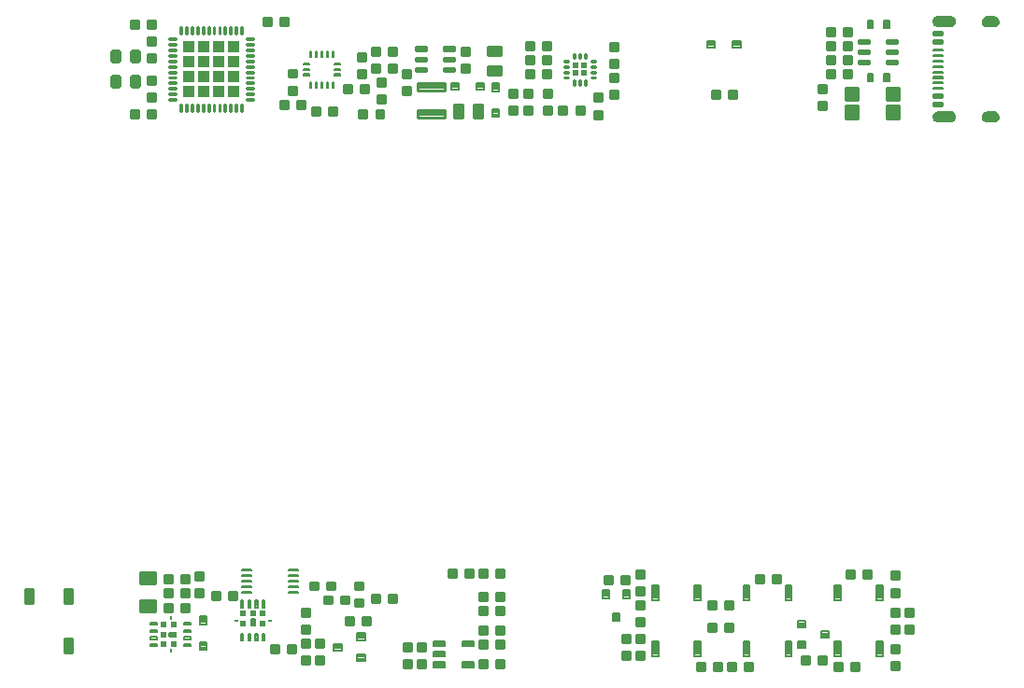
<source format=gbr>
G04 EAGLE Gerber RS-274X export*
G75*
%MOMM*%
%FSLAX34Y34*%
%LPD*%
%INSolderpaste Bottom*%
%IPPOS*%
%AMOC8*
5,1,8,0,0,1.08239X$1,22.5*%
G01*
%ADD10C,0.222250*%
%ADD11C,0.165000*%
%ADD12C,0.200000*%
%ADD13R,0.508000X0.508000*%
%ADD14R,0.394284X0.220853*%
%ADD15R,0.394281X0.220850*%
%ADD16C,0.254000*%
%ADD17C,0.150000*%
%ADD18C,0.317500*%
%ADD19C,0.190500*%
%ADD20R,0.220853X0.394284*%
%ADD21R,0.220850X0.394281*%
%ADD22C,0.225000*%
%ADD23C,0.550000*%
%ADD24R,1.050000X1.050000*%
%ADD25R,0.500000X0.500000*%
%ADD26C,0.184800*%
%ADD27C,0.369600*%
%ADD28C,0.363000*%
%ADD29C,0.285000*%
%ADD30C,0.350000*%

G36*
X887216Y631755D02*
X887216Y631755D01*
X887220Y631752D01*
X888266Y631971D01*
X888271Y631977D01*
X888276Y631974D01*
X889247Y632421D01*
X889251Y632428D01*
X889256Y632427D01*
X890103Y633078D01*
X890106Y633086D01*
X890111Y633086D01*
X890792Y633909D01*
X890793Y633917D01*
X890798Y633918D01*
X891279Y634872D01*
X891277Y634880D01*
X891283Y634883D01*
X891539Y635920D01*
X891538Y635923D01*
X891539Y635924D01*
X891536Y635927D01*
X891540Y635931D01*
X891559Y636999D01*
X891559Y637000D01*
X891563Y637969D01*
X891558Y637976D01*
X891562Y637980D01*
X891349Y638926D01*
X891343Y638931D01*
X891346Y638936D01*
X890928Y639811D01*
X890921Y639815D01*
X890922Y639821D01*
X890321Y640581D01*
X890313Y640583D01*
X890313Y640589D01*
X889557Y641196D01*
X889549Y641196D01*
X889548Y641202D01*
X888676Y641625D01*
X888668Y641624D01*
X888665Y641629D01*
X887721Y641848D01*
X887719Y641847D01*
X887712Y641847D01*
X887710Y641849D01*
X875710Y641849D01*
X875708Y641848D01*
X875706Y641849D01*
X874589Y641768D01*
X874583Y641763D01*
X874578Y641766D01*
X873506Y641439D01*
X873502Y641432D01*
X873496Y641434D01*
X872524Y640877D01*
X872521Y640869D01*
X872516Y640870D01*
X871692Y640110D01*
X871691Y640102D01*
X871685Y640102D01*
X871051Y639177D01*
X871052Y639169D01*
X871046Y639168D01*
X870634Y638126D01*
X870636Y638120D01*
X870632Y638117D01*
X870633Y638116D01*
X870631Y638115D01*
X870461Y637007D01*
X870465Y637001D01*
X870461Y636997D01*
X870529Y635889D01*
X870535Y635883D01*
X870531Y635878D01*
X870844Y634814D01*
X870851Y634809D01*
X870849Y634803D01*
X871391Y633835D01*
X871399Y633832D01*
X871398Y633826D01*
X872142Y633003D01*
X872150Y633001D01*
X872150Y632996D01*
X873059Y632358D01*
X873067Y632359D01*
X873068Y632353D01*
X874096Y631934D01*
X874104Y631936D01*
X874107Y631931D01*
X875202Y631751D01*
X875207Y631754D01*
X875210Y631751D01*
X887210Y631751D01*
X887216Y631755D01*
G37*
G36*
X887216Y718156D02*
X887216Y718156D01*
X887221Y718152D01*
X888276Y718384D01*
X888281Y718390D01*
X888287Y718387D01*
X889264Y718848D01*
X889268Y718855D01*
X889274Y718854D01*
X890124Y719520D01*
X890126Y719528D01*
X890132Y719528D01*
X890813Y720367D01*
X890813Y720375D01*
X890819Y720376D01*
X891296Y721346D01*
X891294Y721354D01*
X891300Y721356D01*
X891549Y722408D01*
X891546Y722416D01*
X891550Y722419D01*
X891559Y723500D01*
X891558Y723502D01*
X891559Y723503D01*
X891491Y724510D01*
X891485Y724516D01*
X891489Y724521D01*
X891198Y725486D01*
X891192Y725491D01*
X891194Y725497D01*
X890696Y726374D01*
X890688Y726377D01*
X890689Y726383D01*
X890008Y727127D01*
X890000Y727128D01*
X890000Y727134D01*
X889171Y727708D01*
X889163Y727708D01*
X889161Y727713D01*
X888225Y728088D01*
X888217Y728086D01*
X888214Y728091D01*
X887218Y728249D01*
X887215Y728247D01*
X887212Y728247D01*
X887210Y728249D01*
X875210Y728249D01*
X875207Y728247D01*
X875206Y728247D01*
X875205Y728249D01*
X874159Y728131D01*
X874153Y728125D01*
X874148Y728129D01*
X873154Y727781D01*
X873150Y727774D01*
X873145Y727776D01*
X872253Y727216D01*
X872251Y727209D01*
X872245Y727209D01*
X871501Y726465D01*
X871499Y726457D01*
X871494Y726457D01*
X870934Y725565D01*
X870934Y725557D01*
X870929Y725556D01*
X870581Y724562D01*
X870584Y724554D01*
X870579Y724551D01*
X870461Y723506D01*
X870464Y723500D01*
X870461Y723497D01*
X870519Y722377D01*
X870525Y722371D01*
X870521Y722366D01*
X870828Y721287D01*
X870834Y721282D01*
X870832Y721277D01*
X871371Y720293D01*
X871378Y720290D01*
X871377Y720284D01*
X872121Y719445D01*
X872129Y719444D01*
X872129Y719438D01*
X873042Y718785D01*
X873050Y718785D01*
X873051Y718780D01*
X874086Y718347D01*
X874093Y718348D01*
X874094Y718348D01*
X874096Y718344D01*
X875202Y718151D01*
X875207Y718154D01*
X875210Y718151D01*
X887210Y718151D01*
X887216Y718156D01*
G37*
G36*
X926012Y631753D02*
X926012Y631753D01*
X926014Y631751D01*
X927097Y631839D01*
X927103Y631845D01*
X927108Y631841D01*
X928144Y632168D01*
X928149Y632175D01*
X928154Y632173D01*
X929092Y632722D01*
X929095Y632730D01*
X929100Y632729D01*
X929892Y633473D01*
X929893Y633481D01*
X929899Y633481D01*
X930506Y634383D01*
X930505Y634391D01*
X930511Y634393D01*
X930901Y635407D01*
X930899Y635415D01*
X930904Y635418D01*
X931059Y636493D01*
X931056Y636499D01*
X931059Y636502D01*
X931025Y637602D01*
X931020Y637608D01*
X931024Y637613D01*
X930746Y638678D01*
X930740Y638683D01*
X930742Y638688D01*
X930234Y639665D01*
X930227Y639669D01*
X930228Y639674D01*
X929515Y640513D01*
X929507Y640515D01*
X929507Y640521D01*
X928626Y641181D01*
X928618Y641181D01*
X928616Y641186D01*
X927610Y641633D01*
X927602Y641631D01*
X927600Y641636D01*
X926519Y641848D01*
X926517Y641847D01*
X926512Y641847D01*
X926510Y641849D01*
X920510Y641849D01*
X920509Y641848D01*
X920508Y641849D01*
X919353Y641798D01*
X919347Y641793D01*
X919342Y641796D01*
X918228Y641489D01*
X918223Y641483D01*
X918218Y641485D01*
X917199Y640938D01*
X917196Y640931D01*
X917190Y640932D01*
X916319Y640172D01*
X916318Y640164D01*
X916312Y640164D01*
X915632Y639229D01*
X915632Y639221D01*
X915627Y639219D01*
X915172Y638157D01*
X915174Y638149D01*
X915169Y638146D01*
X914962Y637009D01*
X914966Y637000D01*
X914961Y636995D01*
X915067Y635858D01*
X915072Y635852D01*
X915069Y635847D01*
X915425Y634762D01*
X915432Y634757D01*
X915429Y634752D01*
X916018Y633773D01*
X916026Y633770D01*
X916025Y633764D01*
X916817Y632941D01*
X916825Y632940D01*
X916825Y632934D01*
X917780Y632307D01*
X917788Y632308D01*
X917790Y632302D01*
X918860Y631904D01*
X918868Y631906D01*
X918871Y631901D01*
X920004Y631751D01*
X920008Y631754D01*
X920010Y631751D01*
X926010Y631751D01*
X926012Y631753D01*
G37*
G36*
X926013Y718153D02*
X926013Y718153D01*
X926015Y718151D01*
X927107Y718252D01*
X927113Y718257D01*
X927118Y718254D01*
X928161Y718595D01*
X928166Y718602D01*
X928171Y718600D01*
X929112Y719164D01*
X929115Y719172D01*
X929121Y719171D01*
X929913Y719931D01*
X929914Y719939D01*
X929920Y719940D01*
X930523Y720857D01*
X930522Y720865D01*
X930528Y720867D01*
X930911Y721895D01*
X930909Y721903D01*
X930914Y721906D01*
X931059Y722994D01*
X931055Y723001D01*
X931059Y723005D01*
X930953Y724142D01*
X930948Y724148D01*
X930951Y724153D01*
X930595Y725238D01*
X930588Y725243D01*
X930591Y725248D01*
X930002Y726227D01*
X929994Y726230D01*
X929995Y726236D01*
X929203Y727059D01*
X929195Y727060D01*
X929195Y727066D01*
X928240Y727693D01*
X928232Y727692D01*
X928230Y727698D01*
X927160Y728096D01*
X927152Y728094D01*
X927149Y728099D01*
X926016Y728249D01*
X926013Y728247D01*
X926012Y728247D01*
X926010Y728249D01*
X920010Y728249D01*
X920007Y728247D01*
X920005Y728247D01*
X920004Y728249D01*
X918871Y728099D01*
X918865Y728093D01*
X918860Y728096D01*
X917790Y727698D01*
X917786Y727691D01*
X917780Y727693D01*
X916825Y727066D01*
X916822Y727058D01*
X916817Y727059D01*
X916025Y726236D01*
X916024Y726228D01*
X916018Y726227D01*
X915429Y725248D01*
X915430Y725240D01*
X915425Y725238D01*
X915069Y724153D01*
X915072Y724145D01*
X915067Y724142D01*
X914961Y723005D01*
X914965Y722998D01*
X914961Y722994D01*
X915106Y721906D01*
X915112Y721900D01*
X915109Y721895D01*
X915493Y720867D01*
X915499Y720862D01*
X915498Y720857D01*
X916100Y719940D01*
X916108Y719937D01*
X916107Y719931D01*
X916899Y719171D01*
X916907Y719170D01*
X916908Y719164D01*
X917849Y718600D01*
X917857Y718601D01*
X917859Y718595D01*
X918902Y718254D01*
X918910Y718256D01*
X918913Y718252D01*
X920006Y718151D01*
X920008Y718153D01*
X920010Y718151D01*
X926010Y718151D01*
X926013Y718153D01*
G37*
D10*
X839784Y142694D02*
X839784Y136026D01*
X833116Y136026D01*
X833116Y142694D01*
X839784Y142694D01*
X839784Y138138D02*
X833116Y138138D01*
X833116Y140250D02*
X839784Y140250D01*
X839784Y142362D02*
X833116Y142362D01*
X839784Y151266D02*
X839784Y157934D01*
X839784Y151266D02*
X833116Y151266D01*
X833116Y157934D01*
X839784Y157934D01*
X839784Y153378D02*
X833116Y153378D01*
X833116Y155490D02*
X839784Y155490D01*
X839784Y157602D02*
X833116Y157602D01*
X678494Y141424D02*
X671826Y141424D01*
X678494Y141424D02*
X678494Y134756D01*
X671826Y134756D01*
X671826Y141424D01*
X671826Y136868D02*
X678494Y136868D01*
X678494Y138980D02*
X671826Y138980D01*
X671826Y141092D02*
X678494Y141092D01*
X663254Y141424D02*
X656586Y141424D01*
X663254Y141424D02*
X663254Y134756D01*
X656586Y134756D01*
X656586Y141424D01*
X656586Y136868D02*
X663254Y136868D01*
X663254Y138980D02*
X656586Y138980D01*
X656586Y141092D02*
X663254Y141092D01*
X684526Y134756D02*
X691194Y134756D01*
X684526Y134756D02*
X684526Y141424D01*
X691194Y141424D01*
X691194Y134756D01*
X691194Y136868D02*
X684526Y136868D01*
X684526Y138980D02*
X691194Y138980D01*
X691194Y141092D02*
X684526Y141092D01*
X699766Y134756D02*
X706434Y134756D01*
X699766Y134756D02*
X699766Y141424D01*
X706434Y141424D01*
X706434Y134756D01*
X706434Y136868D02*
X699766Y136868D01*
X699766Y138980D02*
X706434Y138980D01*
X706434Y141092D02*
X699766Y141092D01*
X725166Y221180D02*
X731834Y221180D01*
X731834Y214512D01*
X725166Y214512D01*
X725166Y221180D01*
X725166Y216624D02*
X731834Y216624D01*
X731834Y218736D02*
X725166Y218736D01*
X725166Y220848D02*
X731834Y220848D01*
X716594Y221180D02*
X709926Y221180D01*
X716594Y221180D02*
X716594Y214512D01*
X709926Y214512D01*
X709926Y221180D01*
X709926Y216624D02*
X716594Y216624D01*
X716594Y218736D02*
X709926Y218736D01*
X709926Y220848D02*
X716594Y220848D01*
X833116Y224354D02*
X839784Y224354D01*
X839784Y217686D01*
X833116Y217686D01*
X833116Y224354D01*
X833116Y219798D02*
X839784Y219798D01*
X839784Y221910D02*
X833116Y221910D01*
X833116Y224022D02*
X839784Y224022D01*
X839784Y208354D02*
X833116Y208354D01*
X839784Y208354D02*
X839784Y201686D01*
X833116Y201686D01*
X833116Y208354D01*
X833116Y203798D02*
X839784Y203798D01*
X839784Y205910D02*
X833116Y205910D01*
X833116Y208022D02*
X839784Y208022D01*
X481644Y226260D02*
X474976Y226260D01*
X481644Y226260D02*
X481644Y219592D01*
X474976Y219592D01*
X474976Y226260D01*
X474976Y221704D02*
X481644Y221704D01*
X481644Y223816D02*
X474976Y223816D01*
X474976Y225928D02*
X481644Y225928D01*
X466404Y226260D02*
X459736Y226260D01*
X466404Y226260D02*
X466404Y219592D01*
X459736Y219592D01*
X459736Y226260D01*
X459736Y221704D02*
X466404Y221704D01*
X466404Y223816D02*
X459736Y223816D01*
X459736Y225928D02*
X466404Y225928D01*
X453704Y226260D02*
X447036Y226260D01*
X453704Y226260D02*
X453704Y219592D01*
X447036Y219592D01*
X447036Y226260D01*
X447036Y221704D02*
X453704Y221704D01*
X453704Y223816D02*
X447036Y223816D01*
X447036Y225928D02*
X453704Y225928D01*
X438464Y226260D02*
X431796Y226260D01*
X438464Y226260D02*
X438464Y219592D01*
X431796Y219592D01*
X431796Y226260D01*
X431796Y221704D02*
X438464Y221704D01*
X438464Y223816D02*
X431796Y223816D01*
X431796Y225928D02*
X438464Y225928D01*
X459736Y198256D02*
X466404Y198256D01*
X459736Y198256D02*
X459736Y204924D01*
X466404Y204924D01*
X466404Y198256D01*
X466404Y200368D02*
X459736Y200368D01*
X459736Y202480D02*
X466404Y202480D01*
X466404Y204592D02*
X459736Y204592D01*
X474976Y198256D02*
X481644Y198256D01*
X474976Y198256D02*
X474976Y204924D01*
X481644Y204924D01*
X481644Y198256D01*
X481644Y200368D02*
X474976Y200368D01*
X474976Y202480D02*
X481644Y202480D01*
X481644Y204592D02*
X474976Y204592D01*
X466404Y185556D02*
X459736Y185556D01*
X459736Y192224D01*
X466404Y192224D01*
X466404Y185556D01*
X466404Y187668D02*
X459736Y187668D01*
X459736Y189780D02*
X466404Y189780D01*
X466404Y191892D02*
X459736Y191892D01*
X474976Y185556D02*
X481644Y185556D01*
X474976Y185556D02*
X474976Y192224D01*
X481644Y192224D01*
X481644Y185556D01*
X481644Y187668D02*
X474976Y187668D01*
X474976Y189780D02*
X481644Y189780D01*
X481644Y191892D02*
X474976Y191892D01*
X466404Y167776D02*
X459736Y167776D01*
X459736Y174444D01*
X466404Y174444D01*
X466404Y167776D01*
X466404Y169888D02*
X459736Y169888D01*
X459736Y172000D02*
X466404Y172000D01*
X466404Y174112D02*
X459736Y174112D01*
X474976Y167776D02*
X481644Y167776D01*
X474976Y167776D02*
X474976Y174444D01*
X481644Y174444D01*
X481644Y167776D01*
X481644Y169888D02*
X474976Y169888D01*
X474976Y172000D02*
X481644Y172000D01*
X481644Y174112D02*
X474976Y174112D01*
X589276Y166824D02*
X589276Y160156D01*
X589276Y166824D02*
X595944Y166824D01*
X595944Y160156D01*
X589276Y160156D01*
X589276Y162268D02*
X595944Y162268D01*
X595944Y164380D02*
X589276Y164380D01*
X589276Y166492D02*
X595944Y166492D01*
X589276Y151584D02*
X589276Y144916D01*
X589276Y151584D02*
X595944Y151584D01*
X595944Y144916D01*
X589276Y144916D01*
X589276Y147028D02*
X595944Y147028D01*
X595944Y149140D02*
X589276Y149140D01*
X589276Y151252D02*
X595944Y151252D01*
X601976Y160156D02*
X601976Y166824D01*
X608644Y166824D01*
X608644Y160156D01*
X601976Y160156D01*
X601976Y162268D02*
X608644Y162268D01*
X608644Y164380D02*
X601976Y164380D01*
X601976Y166492D02*
X608644Y166492D01*
X601976Y151584D02*
X601976Y144916D01*
X601976Y151584D02*
X608644Y151584D01*
X608644Y144916D01*
X601976Y144916D01*
X601976Y147028D02*
X608644Y147028D01*
X608644Y149140D02*
X601976Y149140D01*
X601976Y151252D02*
X608644Y151252D01*
D11*
X286986Y225135D02*
X286986Y225985D01*
X295336Y225985D01*
X295336Y225135D01*
X286986Y225135D01*
X286986Y220985D02*
X286986Y220135D01*
X286986Y220985D02*
X295336Y220985D01*
X295336Y220135D01*
X286986Y220135D01*
X286986Y215985D02*
X286986Y215135D01*
X286986Y215985D02*
X295336Y215985D01*
X295336Y215135D01*
X286986Y215135D01*
X286986Y210985D02*
X286986Y210135D01*
X286986Y210985D02*
X295336Y210985D01*
X295336Y210135D01*
X286986Y210135D01*
X286986Y205985D02*
X286986Y205135D01*
X286986Y205985D02*
X295336Y205985D01*
X295336Y205135D01*
X286986Y205135D01*
X253074Y205135D02*
X253074Y205985D01*
X253074Y205135D02*
X244724Y205135D01*
X244724Y205985D01*
X253074Y205985D01*
X253074Y210135D02*
X253074Y210985D01*
X253074Y210135D02*
X244724Y210135D01*
X244724Y210985D01*
X253074Y210985D01*
X253074Y215135D02*
X253074Y215985D01*
X253074Y215135D02*
X244724Y215135D01*
X244724Y215985D01*
X253074Y215985D01*
X253074Y220135D02*
X253074Y220985D01*
X253074Y220135D02*
X244724Y220135D01*
X244724Y220985D01*
X253074Y220985D01*
X253074Y225135D02*
X253074Y225985D01*
X253074Y225135D02*
X244724Y225135D01*
X244724Y225985D01*
X253074Y225985D01*
D10*
X271014Y151266D02*
X277682Y151266D01*
X271014Y151266D02*
X271014Y157934D01*
X277682Y157934D01*
X277682Y151266D01*
X277682Y153378D02*
X271014Y153378D01*
X271014Y155490D02*
X277682Y155490D01*
X277682Y157602D02*
X271014Y157602D01*
X286254Y151266D02*
X292922Y151266D01*
X286254Y151266D02*
X286254Y157934D01*
X292922Y157934D01*
X292922Y151266D01*
X292922Y153378D02*
X286254Y153378D01*
X286254Y155490D02*
X292922Y155490D01*
X292922Y157602D02*
X286254Y157602D01*
X195894Y221434D02*
X189226Y221434D01*
X195894Y221434D02*
X195894Y214766D01*
X189226Y214766D01*
X189226Y221434D01*
X189226Y216878D02*
X195894Y216878D01*
X195894Y218990D02*
X189226Y218990D01*
X189226Y221102D02*
X195894Y221102D01*
X180654Y221434D02*
X173986Y221434D01*
X180654Y221434D02*
X180654Y214766D01*
X173986Y214766D01*
X173986Y221434D01*
X173986Y216878D02*
X180654Y216878D01*
X180654Y218990D02*
X173986Y218990D01*
X173986Y221102D02*
X180654Y221102D01*
X201926Y223974D02*
X201926Y217306D01*
X201926Y223974D02*
X208594Y223974D01*
X208594Y217306D01*
X201926Y217306D01*
X201926Y219418D02*
X208594Y219418D01*
X208594Y221530D02*
X201926Y221530D01*
X201926Y223642D02*
X208594Y223642D01*
X201926Y208734D02*
X201926Y202066D01*
X201926Y208734D02*
X208594Y208734D01*
X208594Y202066D01*
X201926Y202066D01*
X201926Y204178D02*
X208594Y204178D01*
X208594Y206290D02*
X201926Y206290D01*
X201926Y208402D02*
X208594Y208402D01*
X195894Y208734D02*
X189226Y208734D01*
X195894Y208734D02*
X195894Y202066D01*
X189226Y202066D01*
X189226Y208734D01*
X189226Y204178D02*
X195894Y204178D01*
X195894Y206290D02*
X189226Y206290D01*
X189226Y208402D02*
X195894Y208402D01*
X180654Y208734D02*
X173986Y208734D01*
X180654Y208734D02*
X180654Y202066D01*
X173986Y202066D01*
X173986Y208734D01*
X173986Y204178D02*
X180654Y204178D01*
X180654Y206290D02*
X173986Y206290D01*
X173986Y208402D02*
X180654Y208402D01*
X232406Y206194D02*
X239074Y206194D01*
X239074Y199526D01*
X232406Y199526D01*
X232406Y206194D01*
X232406Y201638D02*
X239074Y201638D01*
X239074Y203750D02*
X232406Y203750D01*
X232406Y205862D02*
X239074Y205862D01*
X223834Y206194D02*
X217166Y206194D01*
X223834Y206194D02*
X223834Y199526D01*
X217166Y199526D01*
X217166Y206194D01*
X217166Y201638D02*
X223834Y201638D01*
X223834Y203750D02*
X217166Y203750D01*
X217166Y205862D02*
X223834Y205862D01*
D12*
X265286Y168000D02*
X265286Y162000D01*
X263286Y162000D01*
X263286Y168000D01*
X265286Y168000D01*
X265286Y163900D02*
X263286Y163900D01*
X263286Y165800D02*
X265286Y165800D01*
X265286Y167700D02*
X263286Y167700D01*
X258786Y168000D02*
X258786Y162000D01*
X256786Y162000D01*
X256786Y168000D01*
X258786Y168000D01*
X258786Y163900D02*
X256786Y163900D01*
X256786Y165800D02*
X258786Y165800D01*
X258786Y167700D02*
X256786Y167700D01*
X252286Y168000D02*
X252286Y162000D01*
X250286Y162000D01*
X250286Y168000D01*
X252286Y168000D01*
X252286Y163900D02*
X250286Y163900D01*
X250286Y165800D02*
X252286Y165800D01*
X252286Y167700D02*
X250286Y167700D01*
X245786Y168000D02*
X245786Y162000D01*
X243786Y162000D01*
X243786Y168000D01*
X245786Y168000D01*
X245786Y163900D02*
X243786Y163900D01*
X243786Y165800D02*
X245786Y165800D01*
X245786Y167700D02*
X243786Y167700D01*
X245786Y192000D02*
X245786Y198000D01*
X245786Y192000D02*
X243786Y192000D01*
X243786Y198000D01*
X245786Y198000D01*
X245786Y193900D02*
X243786Y193900D01*
X243786Y195800D02*
X245786Y195800D01*
X245786Y197700D02*
X243786Y197700D01*
X252286Y198000D02*
X252286Y192000D01*
X250286Y192000D01*
X250286Y198000D01*
X252286Y198000D01*
X252286Y193900D02*
X250286Y193900D01*
X250286Y195800D02*
X252286Y195800D01*
X252286Y197700D02*
X250286Y197700D01*
X258786Y198000D02*
X258786Y192000D01*
X256786Y192000D01*
X256786Y198000D01*
X258786Y198000D01*
X258786Y193900D02*
X256786Y193900D01*
X256786Y195800D02*
X258786Y195800D01*
X258786Y197700D02*
X256786Y197700D01*
X265286Y198000D02*
X265286Y192000D01*
X263286Y192000D01*
X263286Y198000D01*
X265286Y198000D01*
X265286Y193900D02*
X263286Y193900D01*
X263286Y195800D02*
X265286Y195800D01*
X265286Y197700D02*
X263286Y197700D01*
D13*
X263426Y177460D03*
X263426Y186350D03*
X254536Y177460D03*
X254536Y186350D03*
X245646Y177460D03*
X245646Y186350D03*
D14*
X269613Y180004D03*
D15*
X239658Y180009D03*
D16*
X255806Y181270D02*
X255806Y178730D01*
X253266Y178730D01*
X253266Y181270D01*
X255806Y181270D01*
X255806Y181143D02*
X253266Y181143D01*
D12*
X755274Y160800D02*
X755274Y154800D01*
X748274Y154800D01*
X748274Y160800D01*
X755274Y160800D01*
X755274Y156700D02*
X748274Y156700D01*
X748274Y158600D02*
X755274Y158600D01*
X755274Y160500D02*
X748274Y160500D01*
X755274Y173800D02*
X755274Y179800D01*
X755274Y173800D02*
X748274Y173800D01*
X748274Y179800D01*
X755274Y179800D01*
X755274Y175700D02*
X748274Y175700D01*
X748274Y177600D02*
X755274Y177600D01*
X755274Y179500D02*
X748274Y179500D01*
X776274Y170300D02*
X776274Y164300D01*
X769274Y164300D01*
X769274Y170300D01*
X776274Y170300D01*
X776274Y166200D02*
X769274Y166200D01*
X769274Y168100D02*
X776274Y168100D01*
X776274Y170000D02*
X769274Y170000D01*
D10*
X792476Y218576D02*
X799144Y218576D01*
X792476Y218576D02*
X792476Y225244D01*
X799144Y225244D01*
X799144Y218576D01*
X799144Y220688D02*
X792476Y220688D01*
X792476Y222800D02*
X799144Y222800D01*
X799144Y224912D02*
X792476Y224912D01*
X807716Y218576D02*
X814384Y218576D01*
X807716Y218576D02*
X807716Y225244D01*
X814384Y225244D01*
X814384Y218576D01*
X814384Y220688D02*
X807716Y220688D01*
X807716Y222800D02*
X814384Y222800D01*
X814384Y224912D02*
X807716Y224912D01*
X758504Y141106D02*
X751836Y141106D01*
X751836Y147774D01*
X758504Y147774D01*
X758504Y141106D01*
X758504Y143218D02*
X751836Y143218D01*
X751836Y145330D02*
X758504Y145330D01*
X758504Y147442D02*
X751836Y147442D01*
X767076Y141106D02*
X773744Y141106D01*
X767076Y141106D02*
X767076Y147774D01*
X773744Y147774D01*
X773744Y141106D01*
X773744Y143218D02*
X767076Y143218D01*
X767076Y145330D02*
X773744Y145330D01*
X773744Y147442D02*
X767076Y147442D01*
D17*
X454710Y142270D02*
X454710Y137770D01*
X444210Y137770D01*
X444210Y142270D01*
X454710Y142270D01*
X454710Y139195D02*
X444210Y139195D01*
X444210Y140620D02*
X454710Y140620D01*
X454710Y142045D02*
X444210Y142045D01*
X454710Y156770D02*
X454710Y161270D01*
X454710Y156770D02*
X444210Y156770D01*
X444210Y161270D01*
X454710Y161270D01*
X454710Y158195D02*
X444210Y158195D01*
X444210Y159620D02*
X454710Y159620D01*
X454710Y161045D02*
X444210Y161045D01*
X428590Y142270D02*
X428590Y137770D01*
X418090Y137770D01*
X418090Y142270D01*
X428590Y142270D01*
X428590Y139195D02*
X418090Y139195D01*
X418090Y140620D02*
X428590Y140620D01*
X428590Y142045D02*
X418090Y142045D01*
X428590Y147270D02*
X428590Y151770D01*
X428590Y147270D02*
X418090Y147270D01*
X418090Y151770D01*
X428590Y151770D01*
X428590Y148695D02*
X418090Y148695D01*
X418090Y150120D02*
X428590Y150120D01*
X428590Y151545D02*
X418090Y151545D01*
X428590Y156770D02*
X428590Y161270D01*
X428590Y156770D02*
X418090Y156770D01*
X418090Y161270D01*
X428590Y161270D01*
X428590Y158195D02*
X418090Y158195D01*
X418090Y159620D02*
X428590Y159620D01*
X428590Y161045D02*
X418090Y161045D01*
D10*
X340674Y202130D02*
X334006Y202130D01*
X340674Y202130D02*
X340674Y195462D01*
X334006Y195462D01*
X334006Y202130D01*
X334006Y197574D02*
X340674Y197574D01*
X340674Y199686D02*
X334006Y199686D01*
X334006Y201798D02*
X340674Y201798D01*
X325434Y202130D02*
X318766Y202130D01*
X325434Y202130D02*
X325434Y195462D01*
X318766Y195462D01*
X318766Y202130D01*
X318766Y197574D02*
X325434Y197574D01*
X325434Y199686D02*
X318766Y199686D01*
X318766Y201798D02*
X325434Y201798D01*
X346706Y208162D02*
X346706Y214830D01*
X353374Y214830D01*
X353374Y208162D01*
X346706Y208162D01*
X346706Y210274D02*
X353374Y210274D01*
X353374Y212386D02*
X346706Y212386D01*
X346706Y214498D02*
X353374Y214498D01*
X346706Y199590D02*
X346706Y192922D01*
X346706Y199590D02*
X353374Y199590D01*
X353374Y192922D01*
X346706Y192922D01*
X346706Y195034D02*
X353374Y195034D01*
X353374Y197146D02*
X346706Y197146D01*
X346706Y199258D02*
X353374Y199258D01*
X305622Y175714D02*
X305622Y169046D01*
X298954Y169046D01*
X298954Y175714D01*
X305622Y175714D01*
X305622Y171158D02*
X298954Y171158D01*
X298954Y173270D02*
X305622Y173270D01*
X305622Y175382D02*
X298954Y175382D01*
X305622Y184286D02*
X305622Y190954D01*
X305622Y184286D02*
X298954Y184286D01*
X298954Y190954D01*
X305622Y190954D01*
X305622Y186398D02*
X298954Y186398D01*
X298954Y188510D02*
X305622Y188510D01*
X305622Y190622D02*
X298954Y190622D01*
X397824Y143964D02*
X397824Y137296D01*
X391156Y137296D01*
X391156Y143964D01*
X397824Y143964D01*
X397824Y139408D02*
X391156Y139408D01*
X391156Y141520D02*
X397824Y141520D01*
X397824Y143632D02*
X391156Y143632D01*
X397824Y152536D02*
X397824Y159204D01*
X397824Y152536D02*
X391156Y152536D01*
X391156Y159204D01*
X397824Y159204D01*
X397824Y154648D02*
X391156Y154648D01*
X391156Y156760D02*
X397824Y156760D01*
X397824Y158872D02*
X391156Y158872D01*
X410524Y143964D02*
X410524Y137296D01*
X403856Y137296D01*
X403856Y143964D01*
X410524Y143964D01*
X410524Y139408D02*
X403856Y139408D01*
X403856Y141520D02*
X410524Y141520D01*
X410524Y143632D02*
X403856Y143632D01*
X410524Y152536D02*
X410524Y159204D01*
X410524Y152536D02*
X403856Y152536D01*
X403856Y159204D01*
X410524Y159204D01*
X410524Y154648D02*
X403856Y154648D01*
X403856Y156760D02*
X410524Y156760D01*
X410524Y158872D02*
X403856Y158872D01*
D12*
X212070Y160570D02*
X212070Y153570D01*
X206070Y153570D01*
X206070Y160570D01*
X212070Y160570D01*
X212070Y155470D02*
X206070Y155470D01*
X206070Y157370D02*
X212070Y157370D01*
X212070Y159270D02*
X206070Y159270D01*
X212070Y176570D02*
X212070Y183570D01*
X212070Y176570D02*
X206070Y176570D01*
X206070Y183570D01*
X212070Y183570D01*
X212070Y178470D02*
X206070Y178470D01*
X206070Y180370D02*
X212070Y180370D01*
X212070Y182270D02*
X206070Y182270D01*
D18*
X165573Y187937D02*
X165573Y197463D01*
X165573Y187937D02*
X153507Y187937D01*
X153507Y197463D01*
X165573Y197463D01*
X165573Y190953D02*
X153507Y190953D01*
X153507Y193969D02*
X165573Y193969D01*
X165573Y196985D02*
X153507Y196985D01*
X165573Y213337D02*
X165573Y222863D01*
X165573Y213337D02*
X153507Y213337D01*
X153507Y222863D01*
X165573Y222863D01*
X165573Y216353D02*
X153507Y216353D01*
X153507Y219369D02*
X165573Y219369D01*
X165573Y222385D02*
X153507Y222385D01*
D10*
X796286Y141424D02*
X802954Y141424D01*
X802954Y134756D01*
X796286Y134756D01*
X796286Y141424D01*
X796286Y136868D02*
X802954Y136868D01*
X802954Y138980D02*
X796286Y138980D01*
X796286Y141092D02*
X802954Y141092D01*
X787714Y141424D02*
X781046Y141424D01*
X787714Y141424D02*
X787714Y134756D01*
X781046Y134756D01*
X781046Y141424D01*
X781046Y136868D02*
X787714Y136868D01*
X787714Y138980D02*
X781046Y138980D01*
X781046Y141092D02*
X787714Y141092D01*
D19*
X660238Y147932D02*
X654522Y147932D01*
X654522Y161268D01*
X660238Y161268D01*
X660238Y147932D01*
X660238Y149742D02*
X654522Y149742D01*
X654522Y151552D02*
X660238Y151552D01*
X660238Y153362D02*
X654522Y153362D01*
X654522Y155172D02*
X660238Y155172D01*
X660238Y156982D02*
X654522Y156982D01*
X654522Y158792D02*
X660238Y158792D01*
X660238Y160602D02*
X654522Y160602D01*
X654522Y198732D02*
X660238Y198732D01*
X654522Y198732D02*
X654522Y212068D01*
X660238Y212068D01*
X660238Y198732D01*
X660238Y200542D02*
X654522Y200542D01*
X654522Y202352D02*
X660238Y202352D01*
X660238Y204162D02*
X654522Y204162D01*
X654522Y205972D02*
X660238Y205972D01*
X660238Y207782D02*
X654522Y207782D01*
X654522Y209592D02*
X660238Y209592D01*
X660238Y211402D02*
X654522Y211402D01*
X622138Y147932D02*
X616422Y147932D01*
X616422Y161268D01*
X622138Y161268D01*
X622138Y147932D01*
X622138Y149742D02*
X616422Y149742D01*
X616422Y151552D02*
X622138Y151552D01*
X622138Y153362D02*
X616422Y153362D01*
X616422Y155172D02*
X622138Y155172D01*
X622138Y156982D02*
X616422Y156982D01*
X616422Y158792D02*
X622138Y158792D01*
X622138Y160602D02*
X616422Y160602D01*
X616422Y198732D02*
X622138Y198732D01*
X616422Y198732D02*
X616422Y212068D01*
X622138Y212068D01*
X622138Y198732D01*
X622138Y200542D02*
X616422Y200542D01*
X616422Y202352D02*
X622138Y202352D01*
X622138Y204162D02*
X616422Y204162D01*
X616422Y205972D02*
X622138Y205972D01*
X622138Y207782D02*
X616422Y207782D01*
X616422Y209592D02*
X622138Y209592D01*
X622138Y211402D02*
X616422Y211402D01*
X781522Y212068D02*
X787238Y212068D01*
X787238Y198732D01*
X781522Y198732D01*
X781522Y212068D01*
X781522Y200542D02*
X787238Y200542D01*
X787238Y202352D02*
X781522Y202352D01*
X781522Y204162D02*
X787238Y204162D01*
X787238Y205972D02*
X781522Y205972D01*
X781522Y207782D02*
X787238Y207782D01*
X787238Y209592D02*
X781522Y209592D01*
X781522Y211402D02*
X787238Y211402D01*
X787238Y161268D02*
X781522Y161268D01*
X787238Y161268D02*
X787238Y147932D01*
X781522Y147932D01*
X781522Y161268D01*
X781522Y149742D02*
X787238Y149742D01*
X787238Y151552D02*
X781522Y151552D01*
X781522Y153362D02*
X787238Y153362D01*
X787238Y155172D02*
X781522Y155172D01*
X781522Y156982D02*
X787238Y156982D01*
X787238Y158792D02*
X781522Y158792D01*
X781522Y160602D02*
X787238Y160602D01*
X819622Y212068D02*
X825338Y212068D01*
X825338Y198732D01*
X819622Y198732D01*
X819622Y212068D01*
X819622Y200542D02*
X825338Y200542D01*
X825338Y202352D02*
X819622Y202352D01*
X819622Y204162D02*
X825338Y204162D01*
X825338Y205972D02*
X819622Y205972D01*
X819622Y207782D02*
X825338Y207782D01*
X825338Y209592D02*
X819622Y209592D01*
X819622Y211402D02*
X825338Y211402D01*
X825338Y161268D02*
X819622Y161268D01*
X825338Y161268D02*
X825338Y147932D01*
X819622Y147932D01*
X819622Y161268D01*
X819622Y149742D02*
X825338Y149742D01*
X825338Y151552D02*
X819622Y151552D01*
X819622Y153362D02*
X825338Y153362D01*
X825338Y155172D02*
X819622Y155172D01*
X819622Y156982D02*
X825338Y156982D01*
X825338Y158792D02*
X819622Y158792D01*
X819622Y160602D02*
X825338Y160602D01*
D12*
X197860Y178050D02*
X191860Y178050D01*
X197860Y178050D02*
X197860Y176050D01*
X191860Y176050D01*
X191860Y178050D01*
X191860Y177950D02*
X197860Y177950D01*
X197860Y171550D02*
X191860Y171550D01*
X197860Y171550D02*
X197860Y169550D01*
X191860Y169550D01*
X191860Y171550D01*
X191860Y171450D02*
X197860Y171450D01*
X197860Y165050D02*
X191860Y165050D01*
X197860Y165050D02*
X197860Y163050D01*
X191860Y163050D01*
X191860Y165050D01*
X191860Y164950D02*
X197860Y164950D01*
X197860Y158550D02*
X191860Y158550D01*
X197860Y158550D02*
X197860Y156550D01*
X191860Y156550D01*
X191860Y158550D01*
X191860Y158450D02*
X197860Y158450D01*
X167860Y158550D02*
X161860Y158550D01*
X167860Y158550D02*
X167860Y156550D01*
X161860Y156550D01*
X161860Y158550D01*
X161860Y158450D02*
X167860Y158450D01*
X167860Y165050D02*
X161860Y165050D01*
X167860Y165050D02*
X167860Y163050D01*
X161860Y163050D01*
X161860Y165050D01*
X161860Y164950D02*
X167860Y164950D01*
X167860Y171550D02*
X161860Y171550D01*
X167860Y171550D02*
X167860Y169550D01*
X161860Y169550D01*
X161860Y171550D01*
X161860Y171450D02*
X167860Y171450D01*
X167860Y178050D02*
X161860Y178050D01*
X167860Y178050D02*
X167860Y176050D01*
X161860Y176050D01*
X161860Y178050D01*
X161860Y177950D02*
X167860Y177950D01*
D13*
X182400Y176190D03*
X173510Y176190D03*
X182400Y167300D03*
X173510Y167300D03*
X182400Y158410D03*
X173510Y158410D03*
D20*
X179856Y182377D03*
D21*
X179851Y152422D03*
D16*
X178590Y168570D02*
X181130Y168570D01*
X181130Y166030D01*
X178590Y166030D01*
X178590Y168570D01*
X178590Y168443D02*
X181130Y168443D01*
D10*
X180654Y188096D02*
X173986Y188096D01*
X173986Y194764D01*
X180654Y194764D01*
X180654Y188096D01*
X180654Y190208D02*
X173986Y190208D01*
X173986Y192320D02*
X180654Y192320D01*
X180654Y194432D02*
X173986Y194432D01*
X189226Y188096D02*
X195894Y188096D01*
X189226Y188096D02*
X189226Y194764D01*
X195894Y194764D01*
X195894Y188096D01*
X195894Y190208D02*
X189226Y190208D01*
X189226Y192320D02*
X195894Y192320D01*
X195894Y194432D02*
X189226Y194432D01*
D12*
X348920Y168370D02*
X348920Y162370D01*
X348920Y168370D02*
X355920Y168370D01*
X355920Y162370D01*
X348920Y162370D01*
X348920Y164270D02*
X355920Y164270D01*
X355920Y166170D02*
X348920Y166170D01*
X348920Y168070D02*
X355920Y168070D01*
X348920Y149370D02*
X348920Y143370D01*
X348920Y149370D02*
X355920Y149370D01*
X355920Y143370D01*
X348920Y143370D01*
X348920Y145270D02*
X355920Y145270D01*
X355920Y147170D02*
X348920Y147170D01*
X348920Y149070D02*
X355920Y149070D01*
X327920Y152870D02*
X327920Y158870D01*
X334920Y158870D01*
X334920Y152870D01*
X327920Y152870D01*
X327920Y154770D02*
X334920Y154770D01*
X334920Y156670D02*
X327920Y156670D01*
X327920Y158570D02*
X334920Y158570D01*
D10*
X353818Y183334D02*
X360486Y183334D01*
X360486Y176666D01*
X353818Y176666D01*
X353818Y183334D01*
X353818Y178778D02*
X360486Y178778D01*
X360486Y180890D02*
X353818Y180890D01*
X353818Y183002D02*
X360486Y183002D01*
X345246Y183334D02*
X338578Y183334D01*
X345246Y183334D02*
X345246Y176666D01*
X338578Y176666D01*
X338578Y183334D01*
X338578Y178778D02*
X345246Y178778D01*
X345246Y180890D02*
X338578Y180890D01*
X338578Y183002D02*
X345246Y183002D01*
X318322Y147774D02*
X318322Y141106D01*
X311654Y141106D01*
X311654Y147774D01*
X318322Y147774D01*
X318322Y143218D02*
X311654Y143218D01*
X311654Y145330D02*
X318322Y145330D01*
X318322Y147442D02*
X311654Y147442D01*
X318322Y156346D02*
X318322Y163014D01*
X318322Y156346D02*
X311654Y156346D01*
X311654Y163014D01*
X318322Y163014D01*
X318322Y158458D02*
X311654Y158458D01*
X311654Y160570D02*
X318322Y160570D01*
X318322Y162682D02*
X311654Y162682D01*
X305622Y147774D02*
X305622Y141106D01*
X298954Y141106D01*
X298954Y147774D01*
X305622Y147774D01*
X305622Y143218D02*
X298954Y143218D01*
X298954Y145330D02*
X305622Y145330D01*
X305622Y147442D02*
X298954Y147442D01*
X305622Y156346D02*
X305622Y163014D01*
X305622Y156346D02*
X298954Y156346D01*
X298954Y163014D01*
X305622Y163014D01*
X305622Y158458D02*
X298954Y158458D01*
X298954Y160570D02*
X305622Y160570D01*
X305622Y162682D02*
X298954Y162682D01*
X361946Y196986D02*
X368614Y196986D01*
X361946Y196986D02*
X361946Y203654D01*
X368614Y203654D01*
X368614Y196986D01*
X368614Y199098D02*
X361946Y199098D01*
X361946Y201210D02*
X368614Y201210D01*
X368614Y203322D02*
X361946Y203322D01*
X377186Y196986D02*
X383854Y196986D01*
X377186Y196986D02*
X377186Y203654D01*
X383854Y203654D01*
X383854Y196986D01*
X383854Y199098D02*
X377186Y199098D01*
X377186Y201210D02*
X383854Y201210D01*
X383854Y203322D02*
X377186Y203322D01*
X327974Y214830D02*
X321306Y214830D01*
X327974Y214830D02*
X327974Y208162D01*
X321306Y208162D01*
X321306Y214830D01*
X321306Y210274D02*
X327974Y210274D01*
X327974Y212386D02*
X321306Y212386D01*
X321306Y214498D02*
X327974Y214498D01*
X312734Y214830D02*
X306066Y214830D01*
X312734Y214830D02*
X312734Y208162D01*
X306066Y208162D01*
X306066Y214830D01*
X306066Y210274D02*
X312734Y210274D01*
X312734Y212386D02*
X306066Y212386D01*
X306066Y214498D02*
X312734Y214498D01*
D22*
X48495Y208875D02*
X48495Y196125D01*
X48495Y208875D02*
X55245Y208875D01*
X55245Y196125D01*
X48495Y196125D01*
X48495Y198262D02*
X55245Y198262D01*
X55245Y200399D02*
X48495Y200399D01*
X48495Y202536D02*
X55245Y202536D01*
X55245Y204673D02*
X48495Y204673D01*
X48495Y206810D02*
X55245Y206810D01*
X83495Y208875D02*
X83495Y196125D01*
X83495Y208875D02*
X90245Y208875D01*
X90245Y196125D01*
X83495Y196125D01*
X83495Y198262D02*
X90245Y198262D01*
X90245Y200399D02*
X83495Y200399D01*
X83495Y202536D02*
X90245Y202536D01*
X90245Y204673D02*
X83495Y204673D01*
X83495Y206810D02*
X90245Y206810D01*
X83495Y163875D02*
X83495Y151125D01*
X83495Y163875D02*
X90245Y163875D01*
X90245Y151125D01*
X83495Y151125D01*
X83495Y153262D02*
X90245Y153262D01*
X90245Y155399D02*
X83495Y155399D01*
X83495Y157536D02*
X90245Y157536D01*
X90245Y159673D02*
X83495Y159673D01*
X83495Y161810D02*
X90245Y161810D01*
D10*
X474976Y161744D02*
X481644Y161744D01*
X481644Y155076D01*
X474976Y155076D01*
X474976Y161744D01*
X474976Y157188D02*
X481644Y157188D01*
X481644Y159300D02*
X474976Y159300D01*
X474976Y161412D02*
X481644Y161412D01*
X466404Y161744D02*
X459736Y161744D01*
X466404Y161744D02*
X466404Y155076D01*
X459736Y155076D01*
X459736Y161744D01*
X459736Y157188D02*
X466404Y157188D01*
X466404Y159300D02*
X459736Y159300D01*
X459736Y161412D02*
X466404Y161412D01*
X474976Y143964D02*
X481644Y143964D01*
X481644Y137296D01*
X474976Y137296D01*
X474976Y143964D01*
X474976Y139408D02*
X481644Y139408D01*
X481644Y141520D02*
X474976Y141520D01*
X474976Y143632D02*
X481644Y143632D01*
X466404Y143964D02*
X459736Y143964D01*
X466404Y143964D02*
X466404Y137296D01*
X459736Y137296D01*
X459736Y143964D01*
X459736Y139408D02*
X466404Y139408D01*
X466404Y141520D02*
X459736Y141520D01*
X459736Y143632D02*
X466404Y143632D01*
X601976Y190636D02*
X601976Y197304D01*
X608644Y197304D01*
X608644Y190636D01*
X601976Y190636D01*
X601976Y192748D02*
X608644Y192748D01*
X608644Y194860D02*
X601976Y194860D01*
X601976Y196972D02*
X608644Y196972D01*
X601976Y182064D02*
X601976Y175396D01*
X601976Y182064D02*
X608644Y182064D01*
X608644Y175396D01*
X601976Y175396D01*
X601976Y177508D02*
X608644Y177508D01*
X608644Y179620D02*
X601976Y179620D01*
X601976Y181732D02*
X608644Y181732D01*
X608644Y203336D02*
X608644Y210004D01*
X608644Y203336D02*
X601976Y203336D01*
X601976Y210004D01*
X608644Y210004D01*
X608644Y205448D02*
X601976Y205448D01*
X601976Y207560D02*
X608644Y207560D01*
X608644Y209672D02*
X601976Y209672D01*
X608644Y218576D02*
X608644Y225244D01*
X608644Y218576D02*
X601976Y218576D01*
X601976Y225244D01*
X608644Y225244D01*
X608644Y220688D02*
X601976Y220688D01*
X601976Y222800D02*
X608644Y222800D01*
X608644Y224912D02*
X601976Y224912D01*
D12*
X577220Y200470D02*
X571220Y200470D01*
X571220Y207470D01*
X577220Y207470D01*
X577220Y200470D01*
X577220Y202370D02*
X571220Y202370D01*
X571220Y204270D02*
X577220Y204270D01*
X577220Y206170D02*
X571220Y206170D01*
X590220Y200470D02*
X596220Y200470D01*
X590220Y200470D02*
X590220Y207470D01*
X596220Y207470D01*
X596220Y200470D01*
X596220Y202370D02*
X590220Y202370D01*
X590220Y204270D02*
X596220Y204270D01*
X596220Y206170D02*
X590220Y206170D01*
X586720Y179470D02*
X580720Y179470D01*
X580720Y186470D01*
X586720Y186470D01*
X586720Y179470D01*
X586720Y181370D02*
X580720Y181370D01*
X580720Y183270D02*
X586720Y183270D01*
X586720Y185170D02*
X580720Y185170D01*
D10*
X579434Y213496D02*
X572766Y213496D01*
X572766Y220164D01*
X579434Y220164D01*
X579434Y213496D01*
X579434Y215608D02*
X572766Y215608D01*
X572766Y217720D02*
X579434Y217720D01*
X579434Y219832D02*
X572766Y219832D01*
X588006Y213496D02*
X594674Y213496D01*
X588006Y213496D02*
X588006Y220164D01*
X594674Y220164D01*
X594674Y213496D01*
X594674Y215608D02*
X588006Y215608D01*
X588006Y217720D02*
X594674Y217720D01*
X594674Y219832D02*
X588006Y219832D01*
D19*
X737072Y147932D02*
X742788Y147932D01*
X737072Y147932D02*
X737072Y161268D01*
X742788Y161268D01*
X742788Y147932D01*
X742788Y149742D02*
X737072Y149742D01*
X737072Y151552D02*
X742788Y151552D01*
X742788Y153362D02*
X737072Y153362D01*
X737072Y155172D02*
X742788Y155172D01*
X742788Y156982D02*
X737072Y156982D01*
X737072Y158792D02*
X742788Y158792D01*
X742788Y160602D02*
X737072Y160602D01*
X737072Y198732D02*
X742788Y198732D01*
X737072Y198732D02*
X737072Y212068D01*
X742788Y212068D01*
X742788Y198732D01*
X742788Y200542D02*
X737072Y200542D01*
X737072Y202352D02*
X742788Y202352D01*
X742788Y204162D02*
X737072Y204162D01*
X737072Y205972D02*
X742788Y205972D01*
X742788Y207782D02*
X737072Y207782D01*
X737072Y209592D02*
X742788Y209592D01*
X742788Y211402D02*
X737072Y211402D01*
X704688Y147932D02*
X698972Y147932D01*
X698972Y161268D01*
X704688Y161268D01*
X704688Y147932D01*
X704688Y149742D02*
X698972Y149742D01*
X698972Y151552D02*
X704688Y151552D01*
X704688Y153362D02*
X698972Y153362D01*
X698972Y155172D02*
X704688Y155172D01*
X704688Y156982D02*
X698972Y156982D01*
X698972Y158792D02*
X704688Y158792D01*
X704688Y160602D02*
X698972Y160602D01*
X698972Y198732D02*
X704688Y198732D01*
X698972Y198732D02*
X698972Y212068D01*
X704688Y212068D01*
X704688Y198732D01*
X704688Y200542D02*
X698972Y200542D01*
X698972Y202352D02*
X704688Y202352D01*
X704688Y204162D02*
X698972Y204162D01*
X698972Y205972D02*
X704688Y205972D01*
X704688Y207782D02*
X698972Y207782D01*
X698972Y209592D02*
X704688Y209592D01*
X704688Y211402D02*
X698972Y211402D01*
D10*
X688654Y176984D02*
X681986Y176984D01*
X688654Y176984D02*
X688654Y170316D01*
X681986Y170316D01*
X681986Y176984D01*
X681986Y172428D02*
X688654Y172428D01*
X688654Y174540D02*
X681986Y174540D01*
X681986Y176652D02*
X688654Y176652D01*
X673414Y176984D02*
X666746Y176984D01*
X673414Y176984D02*
X673414Y170316D01*
X666746Y170316D01*
X666746Y176984D01*
X666746Y172428D02*
X673414Y172428D01*
X673414Y174540D02*
X666746Y174540D01*
X666746Y176652D02*
X673414Y176652D01*
X681986Y197304D02*
X688654Y197304D01*
X688654Y190636D01*
X681986Y190636D01*
X681986Y197304D01*
X681986Y192748D02*
X688654Y192748D01*
X688654Y194860D02*
X681986Y194860D01*
X681986Y196972D02*
X688654Y196972D01*
X673414Y197304D02*
X666746Y197304D01*
X673414Y197304D02*
X673414Y190636D01*
X666746Y190636D01*
X666746Y197304D01*
X666746Y192748D02*
X673414Y192748D01*
X673414Y194860D02*
X666746Y194860D01*
X666746Y196972D02*
X673414Y196972D01*
X839784Y175714D02*
X839784Y169046D01*
X833116Y169046D01*
X833116Y175714D01*
X839784Y175714D01*
X839784Y171158D02*
X833116Y171158D01*
X833116Y173270D02*
X839784Y173270D01*
X839784Y175382D02*
X833116Y175382D01*
X839784Y184286D02*
X839784Y190954D01*
X839784Y184286D02*
X833116Y184286D01*
X833116Y190954D01*
X839784Y190954D01*
X839784Y186398D02*
X833116Y186398D01*
X833116Y188510D02*
X839784Y188510D01*
X839784Y190622D02*
X833116Y190622D01*
X852484Y175714D02*
X852484Y169046D01*
X845816Y169046D01*
X845816Y175714D01*
X852484Y175714D01*
X852484Y171158D02*
X845816Y171158D01*
X845816Y173270D02*
X852484Y173270D01*
X852484Y175382D02*
X845816Y175382D01*
X852484Y184286D02*
X852484Y190954D01*
X852484Y184286D02*
X845816Y184286D01*
X845816Y190954D01*
X852484Y190954D01*
X852484Y186398D02*
X845816Y186398D01*
X845816Y188510D02*
X852484Y188510D01*
X852484Y190622D02*
X845816Y190622D01*
X767076Y658886D02*
X767076Y665554D01*
X773744Y665554D01*
X773744Y658886D01*
X767076Y658886D01*
X767076Y660998D02*
X773744Y660998D01*
X773744Y663110D02*
X767076Y663110D01*
X767076Y665222D02*
X773744Y665222D01*
X767076Y650314D02*
X767076Y643646D01*
X767076Y650314D02*
X773744Y650314D01*
X773744Y643646D01*
X767076Y643646D01*
X767076Y645758D02*
X773744Y645758D01*
X773744Y647870D02*
X767076Y647870D01*
X767076Y649982D02*
X773744Y649982D01*
X158746Y702066D02*
X158746Y708734D01*
X165414Y708734D01*
X165414Y702066D01*
X158746Y702066D01*
X158746Y704178D02*
X165414Y704178D01*
X165414Y706290D02*
X158746Y706290D01*
X158746Y708402D02*
X165414Y708402D01*
X158746Y693494D02*
X158746Y686826D01*
X158746Y693494D02*
X165414Y693494D01*
X165414Y686826D01*
X158746Y686826D01*
X158746Y688938D02*
X165414Y688938D01*
X165414Y691050D02*
X158746Y691050D01*
X158746Y693162D02*
X165414Y693162D01*
D23*
X127470Y695250D02*
X127470Y687750D01*
X127470Y695250D02*
X132970Y695250D01*
X132970Y687750D01*
X127470Y687750D01*
X127470Y692975D02*
X132970Y692975D01*
X145470Y672250D02*
X145470Y664750D01*
X145470Y672250D02*
X150970Y672250D01*
X150970Y664750D01*
X145470Y664750D01*
X145470Y669975D02*
X150970Y669975D01*
X127470Y672250D02*
X127470Y664750D01*
X127470Y672250D02*
X132970Y672250D01*
X132970Y664750D01*
X127470Y664750D01*
X127470Y669975D02*
X132970Y669975D01*
X145470Y687750D02*
X145470Y695250D01*
X150970Y695250D01*
X150970Y687750D01*
X145470Y687750D01*
X145470Y692975D02*
X150970Y692975D01*
D10*
X165414Y657934D02*
X165414Y651266D01*
X158746Y651266D01*
X158746Y657934D01*
X165414Y657934D01*
X165414Y653378D02*
X158746Y653378D01*
X158746Y655490D02*
X165414Y655490D01*
X165414Y657602D02*
X158746Y657602D01*
X165414Y666506D02*
X165414Y673174D01*
X165414Y666506D02*
X158746Y666506D01*
X158746Y673174D01*
X165414Y673174D01*
X165414Y668618D02*
X158746Y668618D01*
X158746Y670730D02*
X165414Y670730D01*
X165414Y672842D02*
X158746Y672842D01*
X789936Y692224D02*
X796604Y692224D01*
X796604Y685556D01*
X789936Y685556D01*
X789936Y692224D01*
X789936Y687668D02*
X796604Y687668D01*
X796604Y689780D02*
X789936Y689780D01*
X789936Y691892D02*
X796604Y691892D01*
X781364Y692224D02*
X774696Y692224D01*
X781364Y692224D02*
X781364Y685556D01*
X774696Y685556D01*
X774696Y692224D01*
X774696Y687668D02*
X781364Y687668D01*
X781364Y689780D02*
X774696Y689780D01*
X774696Y691892D02*
X781364Y691892D01*
X789936Y704924D02*
X796604Y704924D01*
X796604Y698256D01*
X789936Y698256D01*
X789936Y704924D01*
X789936Y700368D02*
X796604Y700368D01*
X796604Y702480D02*
X789936Y702480D01*
X789936Y704592D02*
X796604Y704592D01*
X781364Y704924D02*
X774696Y704924D01*
X781364Y704924D02*
X781364Y698256D01*
X774696Y698256D01*
X774696Y704924D01*
X774696Y700368D02*
X781364Y700368D01*
X781364Y702480D02*
X774696Y702480D01*
X774696Y704592D02*
X781364Y704592D01*
X150174Y717306D02*
X143506Y717306D01*
X143506Y723974D01*
X150174Y723974D01*
X150174Y717306D01*
X150174Y719418D02*
X143506Y719418D01*
X143506Y721530D02*
X150174Y721530D01*
X150174Y723642D02*
X143506Y723642D01*
X158746Y717306D02*
X165414Y717306D01*
X158746Y717306D02*
X158746Y723974D01*
X165414Y723974D01*
X165414Y717306D01*
X165414Y719418D02*
X158746Y719418D01*
X158746Y721530D02*
X165414Y721530D01*
X165414Y723642D02*
X158746Y723642D01*
X294636Y651330D02*
X301304Y651330D01*
X301304Y644662D01*
X294636Y644662D01*
X294636Y651330D01*
X294636Y646774D02*
X301304Y646774D01*
X301304Y648886D02*
X294636Y648886D01*
X294636Y650998D02*
X301304Y650998D01*
X286064Y651330D02*
X279396Y651330D01*
X286064Y651330D02*
X286064Y644662D01*
X279396Y644662D01*
X279396Y651330D01*
X279396Y646774D02*
X286064Y646774D01*
X286064Y648886D02*
X279396Y648886D01*
X279396Y650998D02*
X286064Y650998D01*
X165414Y642694D02*
X158746Y642694D01*
X165414Y642694D02*
X165414Y636026D01*
X158746Y636026D01*
X158746Y642694D01*
X158746Y638138D02*
X165414Y638138D01*
X165414Y640250D02*
X158746Y640250D01*
X158746Y642362D02*
X165414Y642362D01*
X150174Y642694D02*
X143506Y642694D01*
X150174Y642694D02*
X150174Y636026D01*
X143506Y636026D01*
X143506Y642694D01*
X143506Y638138D02*
X150174Y638138D01*
X150174Y640250D02*
X143506Y640250D01*
X143506Y642362D02*
X150174Y642362D01*
D22*
X244565Y642125D02*
X244565Y647875D01*
X244565Y642125D02*
X243815Y642125D01*
X243815Y647875D01*
X244565Y647875D01*
X244565Y644262D02*
X243815Y644262D01*
X243815Y646399D02*
X244565Y646399D01*
X239565Y647875D02*
X239565Y642125D01*
X238815Y642125D01*
X238815Y647875D01*
X239565Y647875D01*
X239565Y644262D02*
X238815Y644262D01*
X238815Y646399D02*
X239565Y646399D01*
X234565Y647875D02*
X234565Y642125D01*
X233815Y642125D01*
X233815Y647875D01*
X234565Y647875D01*
X234565Y644262D02*
X233815Y644262D01*
X233815Y646399D02*
X234565Y646399D01*
X229565Y647875D02*
X229565Y642125D01*
X228815Y642125D01*
X228815Y647875D01*
X229565Y647875D01*
X229565Y644262D02*
X228815Y644262D01*
X228815Y646399D02*
X229565Y646399D01*
X224565Y647875D02*
X224565Y642125D01*
X223815Y642125D01*
X223815Y647875D01*
X224565Y647875D01*
X224565Y644262D02*
X223815Y644262D01*
X223815Y646399D02*
X224565Y646399D01*
X219565Y647875D02*
X219565Y642125D01*
X218815Y642125D01*
X218815Y647875D01*
X219565Y647875D01*
X219565Y644262D02*
X218815Y644262D01*
X218815Y646399D02*
X219565Y646399D01*
X214565Y647875D02*
X214565Y642125D01*
X213815Y642125D01*
X213815Y647875D01*
X214565Y647875D01*
X214565Y644262D02*
X213815Y644262D01*
X213815Y646399D02*
X214565Y646399D01*
X209565Y647875D02*
X209565Y642125D01*
X208815Y642125D01*
X208815Y647875D01*
X209565Y647875D01*
X209565Y644262D02*
X208815Y644262D01*
X208815Y646399D02*
X209565Y646399D01*
X204565Y647875D02*
X204565Y642125D01*
X203815Y642125D01*
X203815Y647875D01*
X204565Y647875D01*
X204565Y644262D02*
X203815Y644262D01*
X203815Y646399D02*
X204565Y646399D01*
X199565Y647875D02*
X199565Y642125D01*
X198815Y642125D01*
X198815Y647875D01*
X199565Y647875D01*
X199565Y644262D02*
X198815Y644262D01*
X198815Y646399D02*
X199565Y646399D01*
X194565Y647875D02*
X194565Y642125D01*
X193815Y642125D01*
X193815Y647875D01*
X194565Y647875D01*
X194565Y644262D02*
X193815Y644262D01*
X193815Y646399D02*
X194565Y646399D01*
X189565Y647875D02*
X189565Y642125D01*
X188815Y642125D01*
X188815Y647875D01*
X189565Y647875D01*
X189565Y644262D02*
X188815Y644262D01*
X188815Y646399D02*
X189565Y646399D01*
X184565Y652125D02*
X178815Y652125D01*
X178815Y652875D01*
X184565Y652875D01*
X184565Y652125D01*
X184565Y657125D02*
X178815Y657125D01*
X178815Y657875D01*
X184565Y657875D01*
X184565Y657125D01*
X184565Y662125D02*
X178815Y662125D01*
X178815Y662875D01*
X184565Y662875D01*
X184565Y662125D01*
X184565Y667125D02*
X178815Y667125D01*
X178815Y667875D01*
X184565Y667875D01*
X184565Y667125D01*
X184565Y672125D02*
X178815Y672125D01*
X178815Y672875D01*
X184565Y672875D01*
X184565Y672125D01*
X184565Y677125D02*
X178815Y677125D01*
X178815Y677875D01*
X184565Y677875D01*
X184565Y677125D01*
X184565Y682125D02*
X178815Y682125D01*
X178815Y682875D01*
X184565Y682875D01*
X184565Y682125D01*
X184565Y687125D02*
X178815Y687125D01*
X178815Y687875D01*
X184565Y687875D01*
X184565Y687125D01*
X184565Y692125D02*
X178815Y692125D01*
X178815Y692875D01*
X184565Y692875D01*
X184565Y692125D01*
X184565Y697125D02*
X178815Y697125D01*
X178815Y697875D01*
X184565Y697875D01*
X184565Y697125D01*
X184565Y702125D02*
X178815Y702125D01*
X178815Y702875D01*
X184565Y702875D01*
X184565Y702125D01*
X184565Y707125D02*
X178815Y707125D01*
X178815Y707875D01*
X184565Y707875D01*
X184565Y707125D01*
X188815Y712125D02*
X188815Y717875D01*
X189565Y717875D01*
X189565Y712125D01*
X188815Y712125D01*
X188815Y714262D02*
X189565Y714262D01*
X189565Y716399D02*
X188815Y716399D01*
X193815Y717875D02*
X193815Y712125D01*
X193815Y717875D02*
X194565Y717875D01*
X194565Y712125D01*
X193815Y712125D01*
X193815Y714262D02*
X194565Y714262D01*
X194565Y716399D02*
X193815Y716399D01*
X198815Y717875D02*
X198815Y712125D01*
X198815Y717875D02*
X199565Y717875D01*
X199565Y712125D01*
X198815Y712125D01*
X198815Y714262D02*
X199565Y714262D01*
X199565Y716399D02*
X198815Y716399D01*
X203815Y717875D02*
X203815Y712125D01*
X203815Y717875D02*
X204565Y717875D01*
X204565Y712125D01*
X203815Y712125D01*
X203815Y714262D02*
X204565Y714262D01*
X204565Y716399D02*
X203815Y716399D01*
X208815Y717875D02*
X208815Y712125D01*
X208815Y717875D02*
X209565Y717875D01*
X209565Y712125D01*
X208815Y712125D01*
X208815Y714262D02*
X209565Y714262D01*
X209565Y716399D02*
X208815Y716399D01*
X213815Y717875D02*
X213815Y712125D01*
X213815Y717875D02*
X214565Y717875D01*
X214565Y712125D01*
X213815Y712125D01*
X213815Y714262D02*
X214565Y714262D01*
X214565Y716399D02*
X213815Y716399D01*
X218815Y717875D02*
X218815Y712125D01*
X218815Y717875D02*
X219565Y717875D01*
X219565Y712125D01*
X218815Y712125D01*
X218815Y714262D02*
X219565Y714262D01*
X219565Y716399D02*
X218815Y716399D01*
X223815Y717875D02*
X223815Y712125D01*
X223815Y717875D02*
X224565Y717875D01*
X224565Y712125D01*
X223815Y712125D01*
X223815Y714262D02*
X224565Y714262D01*
X224565Y716399D02*
X223815Y716399D01*
X228815Y717875D02*
X228815Y712125D01*
X228815Y717875D02*
X229565Y717875D01*
X229565Y712125D01*
X228815Y712125D01*
X228815Y714262D02*
X229565Y714262D01*
X229565Y716399D02*
X228815Y716399D01*
X233815Y717875D02*
X233815Y712125D01*
X233815Y717875D02*
X234565Y717875D01*
X234565Y712125D01*
X233815Y712125D01*
X233815Y714262D02*
X234565Y714262D01*
X234565Y716399D02*
X233815Y716399D01*
X238815Y717875D02*
X238815Y712125D01*
X238815Y717875D02*
X239565Y717875D01*
X239565Y712125D01*
X238815Y712125D01*
X238815Y714262D02*
X239565Y714262D01*
X239565Y716399D02*
X238815Y716399D01*
X243815Y717875D02*
X243815Y712125D01*
X243815Y717875D02*
X244565Y717875D01*
X244565Y712125D01*
X243815Y712125D01*
X243815Y714262D02*
X244565Y714262D01*
X244565Y716399D02*
X243815Y716399D01*
X248815Y707875D02*
X254565Y707875D01*
X254565Y707125D01*
X248815Y707125D01*
X248815Y707875D01*
X248815Y702875D02*
X254565Y702875D01*
X254565Y702125D01*
X248815Y702125D01*
X248815Y702875D01*
X248815Y697875D02*
X254565Y697875D01*
X254565Y697125D01*
X248815Y697125D01*
X248815Y697875D01*
X248815Y692875D02*
X254565Y692875D01*
X254565Y692125D01*
X248815Y692125D01*
X248815Y692875D01*
X248815Y687875D02*
X254565Y687875D01*
X254565Y687125D01*
X248815Y687125D01*
X248815Y687875D01*
X248815Y682875D02*
X254565Y682875D01*
X254565Y682125D01*
X248815Y682125D01*
X248815Y682875D01*
X248815Y677875D02*
X254565Y677875D01*
X254565Y677125D01*
X248815Y677125D01*
X248815Y677875D01*
X248815Y672875D02*
X254565Y672875D01*
X254565Y672125D01*
X248815Y672125D01*
X248815Y672875D01*
X248815Y667875D02*
X254565Y667875D01*
X254565Y667125D01*
X248815Y667125D01*
X248815Y667875D01*
X248815Y662875D02*
X254565Y662875D01*
X254565Y662125D01*
X248815Y662125D01*
X248815Y662875D01*
X248815Y657875D02*
X254565Y657875D01*
X254565Y657125D01*
X248815Y657125D01*
X248815Y657875D01*
X248815Y652875D02*
X254565Y652875D01*
X254565Y652125D01*
X248815Y652125D01*
X248815Y652875D01*
D24*
X196440Y659750D03*
X209940Y659750D03*
X196440Y673250D03*
X209940Y673250D03*
X223440Y659750D03*
X236940Y659750D03*
X223440Y673250D03*
X236940Y673250D03*
X196440Y686750D03*
X209940Y686750D03*
X196440Y700250D03*
X209940Y700250D03*
X223440Y686750D03*
X236940Y686750D03*
X223440Y700250D03*
X236940Y700250D03*
D22*
X556075Y669625D02*
X556075Y666075D01*
X555325Y666075D01*
X555325Y669625D01*
X556075Y669625D01*
X556075Y668212D02*
X555325Y668212D01*
X551075Y669625D02*
X551075Y666075D01*
X550325Y666075D01*
X550325Y669625D01*
X551075Y669625D01*
X551075Y668212D02*
X550325Y668212D01*
X546075Y669625D02*
X546075Y666075D01*
X545325Y666075D01*
X545325Y669625D01*
X546075Y669625D01*
X546075Y668212D02*
X545325Y668212D01*
X540325Y672125D02*
X536775Y672125D01*
X536775Y672875D01*
X540325Y672875D01*
X540325Y672125D01*
X540325Y677125D02*
X536775Y677125D01*
X536775Y677875D01*
X540325Y677875D01*
X540325Y677125D01*
X540325Y682125D02*
X536775Y682125D01*
X536775Y682875D01*
X540325Y682875D01*
X540325Y682125D01*
X540325Y687125D02*
X536775Y687125D01*
X536775Y687875D01*
X540325Y687875D01*
X540325Y687125D01*
X545325Y690375D02*
X545325Y693925D01*
X546075Y693925D01*
X546075Y690375D01*
X545325Y690375D01*
X545325Y692512D02*
X546075Y692512D01*
X550325Y693925D02*
X550325Y690375D01*
X550325Y693925D02*
X551075Y693925D01*
X551075Y690375D01*
X550325Y690375D01*
X550325Y692512D02*
X551075Y692512D01*
X555325Y693925D02*
X555325Y690375D01*
X555325Y693925D02*
X556075Y693925D01*
X556075Y690375D01*
X555325Y690375D01*
X555325Y692512D02*
X556075Y692512D01*
X561075Y687875D02*
X564625Y687875D01*
X564625Y687125D01*
X561075Y687125D01*
X561075Y687875D01*
X561075Y682875D02*
X564625Y682875D01*
X564625Y682125D01*
X561075Y682125D01*
X561075Y682875D01*
X561075Y677875D02*
X564625Y677875D01*
X564625Y677125D01*
X561075Y677125D01*
X561075Y677875D01*
X561075Y672875D02*
X564625Y672875D01*
X564625Y672125D01*
X561075Y672125D01*
X561075Y672875D01*
D25*
X554200Y683500D03*
X554200Y676500D03*
X547200Y676500D03*
X547200Y683500D03*
D26*
X871334Y672976D02*
X871334Y672024D01*
X871334Y672976D02*
X879486Y672976D01*
X879486Y672024D01*
X871334Y672024D01*
X871334Y677024D02*
X871334Y677976D01*
X879486Y677976D01*
X879486Y677024D01*
X871334Y677024D01*
D27*
X872258Y648702D02*
X872258Y646798D01*
X872258Y648702D02*
X878562Y648702D01*
X878562Y646798D01*
X872258Y646798D01*
X872258Y654548D02*
X872258Y656452D01*
X878562Y656452D01*
X878562Y654548D01*
X872258Y654548D01*
D26*
X871334Y662024D02*
X871334Y662976D01*
X879486Y662976D01*
X879486Y662024D01*
X871334Y662024D01*
X871334Y667024D02*
X871334Y667976D01*
X879486Y667976D01*
X879486Y667024D01*
X871334Y667024D01*
X879486Y687024D02*
X879486Y687976D01*
X879486Y687024D02*
X871334Y687024D01*
X871334Y687976D01*
X879486Y687976D01*
X879486Y682976D02*
X879486Y682024D01*
X871334Y682024D01*
X871334Y682976D01*
X879486Y682976D01*
D27*
X878562Y711298D02*
X878562Y713202D01*
X878562Y711298D02*
X872258Y711298D01*
X872258Y713202D01*
X878562Y713202D01*
X878562Y705452D02*
X878562Y703548D01*
X872258Y703548D01*
X872258Y705452D01*
X878562Y705452D01*
D26*
X879486Y697976D02*
X879486Y697024D01*
X871334Y697024D01*
X871334Y697976D01*
X879486Y697976D01*
X879486Y692976D02*
X879486Y692024D01*
X871334Y692024D01*
X871334Y692976D01*
X879486Y692976D01*
D10*
X508314Y698256D02*
X501646Y698256D01*
X501646Y704924D01*
X508314Y704924D01*
X508314Y698256D01*
X508314Y700368D02*
X501646Y700368D01*
X501646Y702480D02*
X508314Y702480D01*
X508314Y704592D02*
X501646Y704592D01*
X516886Y698256D02*
X523554Y698256D01*
X516886Y698256D02*
X516886Y704924D01*
X523554Y704924D01*
X523554Y698256D01*
X523554Y700368D02*
X516886Y700368D01*
X516886Y702480D02*
X523554Y702480D01*
X523554Y704592D02*
X516886Y704592D01*
X508314Y685556D02*
X501646Y685556D01*
X501646Y692224D01*
X508314Y692224D01*
X508314Y685556D01*
X508314Y687668D02*
X501646Y687668D01*
X501646Y689780D02*
X508314Y689780D01*
X508314Y691892D02*
X501646Y691892D01*
X516886Y685556D02*
X523554Y685556D01*
X516886Y685556D02*
X516886Y692224D01*
X523554Y692224D01*
X523554Y685556D01*
X523554Y687668D02*
X516886Y687668D01*
X516886Y689780D02*
X523554Y689780D01*
X523554Y691892D02*
X516886Y691892D01*
X508314Y672856D02*
X501646Y672856D01*
X501646Y679524D01*
X508314Y679524D01*
X508314Y672856D01*
X508314Y674968D02*
X501646Y674968D01*
X501646Y677080D02*
X508314Y677080D01*
X508314Y679192D02*
X501646Y679192D01*
X516886Y672856D02*
X523554Y672856D01*
X516886Y672856D02*
X516886Y679524D01*
X523554Y679524D01*
X523554Y672856D01*
X523554Y674968D02*
X516886Y674968D01*
X516886Y677080D02*
X523554Y677080D01*
X523554Y679192D02*
X516886Y679192D01*
X518156Y661744D02*
X518156Y655076D01*
X518156Y661744D02*
X524824Y661744D01*
X524824Y655076D01*
X518156Y655076D01*
X518156Y657188D02*
X524824Y657188D01*
X524824Y659300D02*
X518156Y659300D01*
X518156Y661412D02*
X524824Y661412D01*
X518156Y646504D02*
X518156Y639836D01*
X518156Y646504D02*
X524824Y646504D01*
X524824Y639836D01*
X518156Y639836D01*
X518156Y641948D02*
X524824Y641948D01*
X524824Y644060D02*
X518156Y644060D01*
X518156Y646172D02*
X524824Y646172D01*
X500376Y655076D02*
X500376Y661744D01*
X507044Y661744D01*
X507044Y655076D01*
X500376Y655076D01*
X500376Y657188D02*
X507044Y657188D01*
X507044Y659300D02*
X500376Y659300D01*
X500376Y661412D02*
X507044Y661412D01*
X500376Y646504D02*
X500376Y639836D01*
X500376Y646504D02*
X507044Y646504D01*
X507044Y639836D01*
X500376Y639836D01*
X500376Y641948D02*
X507044Y641948D01*
X507044Y644060D02*
X500376Y644060D01*
X500376Y646172D02*
X507044Y646172D01*
X577846Y669046D02*
X577846Y675714D01*
X584514Y675714D01*
X584514Y669046D01*
X577846Y669046D01*
X577846Y671158D02*
X584514Y671158D01*
X584514Y673270D02*
X577846Y673270D01*
X577846Y675382D02*
X584514Y675382D01*
X577846Y660474D02*
X577846Y653806D01*
X577846Y660474D02*
X584514Y660474D01*
X584514Y653806D01*
X577846Y653806D01*
X577846Y655918D02*
X584514Y655918D01*
X584514Y658030D02*
X577846Y658030D01*
X577846Y660142D02*
X584514Y660142D01*
X584514Y681746D02*
X584514Y688414D01*
X584514Y681746D02*
X577846Y681746D01*
X577846Y688414D01*
X584514Y688414D01*
X584514Y683858D02*
X577846Y683858D01*
X577846Y685970D02*
X584514Y685970D01*
X584514Y688082D02*
X577846Y688082D01*
X584514Y696986D02*
X584514Y703654D01*
X584514Y696986D02*
X577846Y696986D01*
X577846Y703654D01*
X584514Y703654D01*
X584514Y699098D02*
X577846Y699098D01*
X577846Y701210D02*
X584514Y701210D01*
X584514Y703322D02*
X577846Y703322D01*
X343214Y658886D02*
X336546Y658886D01*
X336546Y665554D01*
X343214Y665554D01*
X343214Y658886D01*
X343214Y660998D02*
X336546Y660998D01*
X336546Y663110D02*
X343214Y663110D01*
X343214Y665222D02*
X336546Y665222D01*
X351786Y658886D02*
X358454Y658886D01*
X351786Y658886D02*
X351786Y665554D01*
X358454Y665554D01*
X358454Y658886D01*
X358454Y660998D02*
X351786Y660998D01*
X351786Y663110D02*
X358454Y663110D01*
X358454Y665222D02*
X351786Y665222D01*
X443226Y693176D02*
X443226Y699844D01*
X449894Y699844D01*
X449894Y693176D01*
X443226Y693176D01*
X443226Y695288D02*
X449894Y695288D01*
X449894Y697400D02*
X443226Y697400D01*
X443226Y699512D02*
X449894Y699512D01*
X443226Y684604D02*
X443226Y677936D01*
X443226Y684604D02*
X449894Y684604D01*
X449894Y677936D01*
X443226Y677936D01*
X443226Y680048D02*
X449894Y680048D01*
X449894Y682160D02*
X443226Y682160D01*
X443226Y684272D02*
X449894Y684272D01*
X383854Y684604D02*
X383854Y677936D01*
X377186Y677936D01*
X377186Y684604D01*
X383854Y684604D01*
X383854Y680048D02*
X377186Y680048D01*
X377186Y682160D02*
X383854Y682160D01*
X383854Y684272D02*
X377186Y684272D01*
X383854Y693176D02*
X383854Y699844D01*
X383854Y693176D02*
X377186Y693176D01*
X377186Y699844D01*
X383854Y699844D01*
X383854Y695288D02*
X377186Y695288D01*
X377186Y697400D02*
X383854Y697400D01*
X383854Y699512D02*
X377186Y699512D01*
X368614Y684604D02*
X368614Y677936D01*
X361946Y677936D01*
X361946Y684604D01*
X368614Y684604D01*
X368614Y680048D02*
X361946Y680048D01*
X361946Y682160D02*
X368614Y682160D01*
X368614Y684272D02*
X361946Y684272D01*
X368614Y693176D02*
X368614Y699844D01*
X368614Y693176D02*
X361946Y693176D01*
X361946Y699844D01*
X368614Y699844D01*
X368614Y695288D02*
X361946Y695288D01*
X361946Y697400D02*
X368614Y697400D01*
X368614Y699512D02*
X361946Y699512D01*
D28*
X428706Y699325D02*
X428706Y697455D01*
X428706Y699325D02*
X437076Y699325D01*
X437076Y697455D01*
X428706Y697455D01*
X428706Y689825D02*
X428706Y687955D01*
X428706Y689825D02*
X437076Y689825D01*
X437076Y687955D01*
X428706Y687955D01*
X428706Y680325D02*
X428706Y678455D01*
X428706Y680325D02*
X437076Y680325D01*
X437076Y678455D01*
X428706Y678455D01*
X402704Y678455D02*
X402704Y680325D01*
X411074Y680325D01*
X411074Y678455D01*
X402704Y678455D01*
X402704Y697455D02*
X402704Y699325D01*
X411074Y699325D01*
X411074Y697455D01*
X402704Y697455D01*
X411074Y689825D02*
X411074Y687955D01*
X402704Y687955D01*
X402704Y689825D01*
X411074Y689825D01*
D16*
X467515Y692700D02*
X467515Y700320D01*
X478945Y700320D01*
X478945Y692700D01*
X467515Y692700D01*
X467515Y695113D02*
X478945Y695113D01*
X478945Y697526D02*
X467515Y697526D01*
X467515Y699939D02*
X478945Y699939D01*
X467515Y682540D02*
X467515Y674920D01*
X467515Y682540D02*
X478945Y682540D01*
X478945Y674920D01*
X467515Y674920D01*
X467515Y677333D02*
X478945Y677333D01*
X478945Y679746D02*
X467515Y679746D01*
X467515Y682159D02*
X478945Y682159D01*
D10*
X789936Y679524D02*
X796604Y679524D01*
X796604Y672856D01*
X789936Y672856D01*
X789936Y679524D01*
X789936Y674968D02*
X796604Y674968D01*
X796604Y677080D02*
X789936Y677080D01*
X789936Y679192D02*
X796604Y679192D01*
X781364Y679524D02*
X774696Y679524D01*
X781364Y679524D02*
X781364Y672856D01*
X774696Y672856D01*
X774696Y679524D01*
X774696Y674968D02*
X781364Y674968D01*
X781364Y677080D02*
X774696Y677080D01*
X774696Y679192D02*
X781364Y679192D01*
X789936Y717624D02*
X796604Y717624D01*
X796604Y710956D01*
X789936Y710956D01*
X789936Y717624D01*
X789936Y713068D02*
X796604Y713068D01*
X796604Y715180D02*
X789936Y715180D01*
X789936Y717292D02*
X796604Y717292D01*
X781364Y717624D02*
X774696Y717624D01*
X781364Y717624D02*
X781364Y710956D01*
X774696Y710956D01*
X774696Y717624D01*
X774696Y713068D02*
X781364Y713068D01*
X781364Y715180D02*
X774696Y715180D01*
X774696Y717292D02*
X781364Y717292D01*
X486406Y661744D02*
X486406Y655076D01*
X486406Y661744D02*
X493074Y661744D01*
X493074Y655076D01*
X486406Y655076D01*
X486406Y657188D02*
X493074Y657188D01*
X493074Y659300D02*
X486406Y659300D01*
X486406Y661412D02*
X493074Y661412D01*
X486406Y646504D02*
X486406Y639836D01*
X486406Y646504D02*
X493074Y646504D01*
X493074Y639836D01*
X486406Y639836D01*
X486406Y641948D02*
X493074Y641948D01*
X493074Y644060D02*
X486406Y644060D01*
X486406Y646172D02*
X493074Y646172D01*
D12*
X441100Y661760D02*
X434100Y661760D01*
X434100Y667760D01*
X441100Y667760D01*
X441100Y661760D01*
X441100Y663660D02*
X434100Y663660D01*
X434100Y665560D02*
X441100Y665560D01*
X441100Y667460D02*
X434100Y667460D01*
X457100Y661760D02*
X464100Y661760D01*
X457100Y661760D02*
X457100Y667760D01*
X464100Y667760D01*
X464100Y661760D01*
X464100Y663660D02*
X457100Y663660D01*
X457100Y665560D02*
X464100Y665560D01*
X464100Y667460D02*
X457100Y667460D01*
D16*
X444020Y636185D02*
X436400Y636185D01*
X436400Y647615D01*
X444020Y647615D01*
X444020Y636185D01*
X444020Y638598D02*
X436400Y638598D01*
X436400Y641011D02*
X444020Y641011D01*
X444020Y643424D02*
X436400Y643424D01*
X436400Y645837D02*
X444020Y645837D01*
X454180Y636185D02*
X461800Y636185D01*
X454180Y636185D02*
X454180Y647615D01*
X461800Y647615D01*
X461800Y636185D01*
X461800Y638598D02*
X454180Y638598D01*
X454180Y641011D02*
X461800Y641011D01*
X461800Y643424D02*
X454180Y643424D01*
X454180Y645837D02*
X461800Y645837D01*
D10*
X389886Y672856D02*
X389886Y679524D01*
X396554Y679524D01*
X396554Y672856D01*
X389886Y672856D01*
X389886Y674968D02*
X396554Y674968D01*
X396554Y677080D02*
X389886Y677080D01*
X389886Y679192D02*
X396554Y679192D01*
X389886Y664284D02*
X389886Y657616D01*
X389886Y664284D02*
X396554Y664284D01*
X396554Y657616D01*
X389886Y657616D01*
X389886Y659728D02*
X396554Y659728D01*
X396554Y661840D02*
X389886Y661840D01*
X389886Y663952D02*
X396554Y663952D01*
D29*
X404005Y643135D02*
X404005Y636485D01*
X404005Y643135D02*
X428155Y643135D01*
X428155Y636485D01*
X404005Y636485D01*
X404005Y639192D02*
X428155Y639192D01*
X428155Y641899D02*
X404005Y641899D01*
X428155Y660985D02*
X428155Y667635D01*
X428155Y660985D02*
X404005Y660985D01*
X404005Y667635D01*
X428155Y667635D01*
X428155Y663692D02*
X404005Y663692D01*
X404005Y666399D02*
X428155Y666399D01*
D30*
X839880Y645880D02*
X839880Y635380D01*
X829380Y635380D01*
X829380Y645880D01*
X839880Y645880D01*
X839880Y638705D02*
X829380Y638705D01*
X829380Y642030D02*
X839880Y642030D01*
X839880Y645355D02*
X829380Y645355D01*
X802880Y645880D02*
X802880Y635380D01*
X792380Y635380D01*
X792380Y645880D01*
X802880Y645880D01*
X802880Y638705D02*
X792380Y638705D01*
X792380Y642030D02*
X802880Y642030D01*
X802880Y645355D02*
X792380Y645355D01*
X839880Y651890D02*
X839880Y662390D01*
X839880Y651890D02*
X829380Y651890D01*
X829380Y662390D01*
X839880Y662390D01*
X839880Y655215D02*
X829380Y655215D01*
X829380Y658540D02*
X839880Y658540D01*
X839880Y661865D02*
X829380Y661865D01*
X802880Y662390D02*
X802880Y651890D01*
X792380Y651890D01*
X792380Y662390D01*
X802880Y662390D01*
X802880Y655215D02*
X792380Y655215D01*
X792380Y658540D02*
X802880Y658540D01*
X802880Y661865D02*
X792380Y661865D01*
D17*
X830960Y669130D02*
X830960Y675630D01*
X830960Y669130D02*
X826460Y669130D01*
X826460Y675630D01*
X830960Y675630D01*
X830960Y670555D02*
X826460Y670555D01*
X826460Y671980D02*
X830960Y671980D01*
X830960Y673405D02*
X826460Y673405D01*
X826460Y674830D02*
X830960Y674830D01*
X815960Y675630D02*
X815960Y669130D01*
X811460Y669130D01*
X811460Y675630D01*
X815960Y675630D01*
X815960Y670555D02*
X811460Y670555D01*
X811460Y671980D02*
X815960Y671980D01*
X815960Y673405D02*
X811460Y673405D01*
X811460Y674830D02*
X815960Y674830D01*
X811460Y717390D02*
X811460Y723890D01*
X815960Y723890D01*
X815960Y717390D01*
X811460Y717390D01*
X811460Y718815D02*
X815960Y718815D01*
X815960Y720240D02*
X811460Y720240D01*
X811460Y721665D02*
X815960Y721665D01*
X815960Y723090D02*
X811460Y723090D01*
X826460Y723890D02*
X826460Y717390D01*
X826460Y723890D02*
X830960Y723890D01*
X830960Y717390D01*
X826460Y717390D01*
X826460Y718815D02*
X830960Y718815D01*
X830960Y720240D02*
X826460Y720240D01*
X826460Y721665D02*
X830960Y721665D01*
X830960Y723090D02*
X826460Y723090D01*
D12*
X471500Y667060D02*
X471500Y660060D01*
X471500Y667060D02*
X477500Y667060D01*
X477500Y660060D01*
X471500Y660060D01*
X471500Y661960D02*
X477500Y661960D01*
X477500Y663860D02*
X471500Y663860D01*
X471500Y665760D02*
X477500Y665760D01*
X471500Y644060D02*
X471500Y637060D01*
X471500Y644060D02*
X477500Y644060D01*
X477500Y637060D01*
X471500Y637060D01*
X471500Y638960D02*
X477500Y638960D01*
X477500Y640860D02*
X471500Y640860D01*
X471500Y642760D02*
X477500Y642760D01*
D10*
X372804Y642694D02*
X372804Y636026D01*
X366136Y636026D01*
X366136Y642694D01*
X372804Y642694D01*
X372804Y638138D02*
X366136Y638138D01*
X366136Y640250D02*
X372804Y640250D01*
X372804Y642362D02*
X366136Y642362D01*
X356804Y642694D02*
X356804Y636026D01*
X350136Y636026D01*
X350136Y642694D01*
X356804Y642694D01*
X356804Y638138D02*
X350136Y638138D01*
X350136Y640250D02*
X356804Y640250D01*
X356804Y642362D02*
X350136Y642362D01*
D28*
X812394Y684805D02*
X812394Y686675D01*
X812394Y684805D02*
X804024Y684805D01*
X804024Y686675D01*
X812394Y686675D01*
X812394Y694305D02*
X812394Y696175D01*
X812394Y694305D02*
X804024Y694305D01*
X804024Y696175D01*
X812394Y696175D01*
X812394Y703805D02*
X812394Y705675D01*
X812394Y703805D02*
X804024Y703805D01*
X804024Y705675D01*
X812394Y705675D01*
X838396Y705675D02*
X838396Y703805D01*
X830026Y703805D01*
X830026Y705675D01*
X838396Y705675D01*
X838396Y686675D02*
X838396Y684805D01*
X830026Y684805D01*
X830026Y686675D01*
X838396Y686675D01*
X830026Y694305D02*
X830026Y696175D01*
X838396Y696175D01*
X838396Y694305D01*
X830026Y694305D01*
D26*
X322496Y668576D02*
X322496Y663424D01*
X321544Y663424D01*
X321544Y668576D01*
X322496Y668576D01*
X322496Y665180D02*
X321544Y665180D01*
X321544Y666936D02*
X322496Y666936D01*
X327496Y668576D02*
X327496Y663424D01*
X326544Y663424D01*
X326544Y668576D01*
X327496Y668576D01*
X327496Y665180D02*
X326544Y665180D01*
X326544Y666936D02*
X327496Y666936D01*
X317496Y668576D02*
X317496Y663424D01*
X316544Y663424D01*
X316544Y668576D01*
X317496Y668576D01*
X317496Y665180D02*
X316544Y665180D01*
X316544Y666936D02*
X317496Y666936D01*
X312496Y668576D02*
X312496Y663424D01*
X311544Y663424D01*
X311544Y668576D01*
X312496Y668576D01*
X312496Y665180D02*
X311544Y665180D01*
X311544Y666936D02*
X312496Y666936D01*
X307496Y668576D02*
X307496Y663424D01*
X306544Y663424D01*
X306544Y668576D01*
X307496Y668576D01*
X307496Y665180D02*
X306544Y665180D01*
X306544Y666936D02*
X307496Y666936D01*
X311544Y691424D02*
X311544Y696576D01*
X312496Y696576D01*
X312496Y691424D01*
X311544Y691424D01*
X311544Y693180D02*
X312496Y693180D01*
X312496Y694936D02*
X311544Y694936D01*
X307496Y696576D02*
X307496Y691424D01*
X306544Y691424D01*
X306544Y696576D01*
X307496Y696576D01*
X307496Y693180D02*
X306544Y693180D01*
X306544Y694936D02*
X307496Y694936D01*
X316544Y696576D02*
X316544Y691424D01*
X316544Y696576D02*
X317496Y696576D01*
X317496Y691424D01*
X316544Y691424D01*
X316544Y693180D02*
X317496Y693180D01*
X317496Y694936D02*
X316544Y694936D01*
X321544Y696576D02*
X321544Y691424D01*
X321544Y696576D02*
X322496Y696576D01*
X322496Y691424D01*
X321544Y691424D01*
X321544Y693180D02*
X322496Y693180D01*
X322496Y694936D02*
X321544Y694936D01*
X327496Y696576D02*
X327496Y691424D01*
X326544Y691424D01*
X326544Y696576D01*
X327496Y696576D01*
X327496Y693180D02*
X326544Y693180D01*
X326544Y694936D02*
X327496Y694936D01*
X305596Y674524D02*
X300444Y674524D01*
X300444Y675476D01*
X305596Y675476D01*
X305596Y674524D01*
X305596Y679524D02*
X300444Y679524D01*
X300444Y680476D01*
X305596Y680476D01*
X305596Y679524D01*
X305596Y684524D02*
X300444Y684524D01*
X300444Y685476D01*
X305596Y685476D01*
X305596Y684524D01*
X328444Y685476D02*
X333596Y685476D01*
X333596Y684524D01*
X328444Y684524D01*
X328444Y685476D01*
X328444Y680476D02*
X333596Y680476D01*
X333596Y679524D01*
X328444Y679524D01*
X328444Y680476D01*
X328444Y675476D02*
X333596Y675476D01*
X333596Y674524D01*
X328444Y674524D01*
X328444Y675476D01*
D10*
X349246Y688096D02*
X349246Y694764D01*
X355914Y694764D01*
X355914Y688096D01*
X349246Y688096D01*
X349246Y690208D02*
X355914Y690208D01*
X355914Y692320D02*
X349246Y692320D01*
X349246Y694432D02*
X355914Y694432D01*
X349246Y679524D02*
X349246Y672856D01*
X349246Y679524D02*
X355914Y679524D01*
X355914Y672856D01*
X349246Y672856D01*
X349246Y674968D02*
X355914Y674968D01*
X355914Y677080D02*
X349246Y677080D01*
X349246Y679192D02*
X355914Y679192D01*
D12*
X689256Y705860D02*
X696256Y705860D01*
X696256Y699860D01*
X689256Y699860D01*
X689256Y705860D01*
X689256Y701760D02*
X696256Y701760D01*
X696256Y703660D02*
X689256Y703660D01*
X689256Y705560D02*
X696256Y705560D01*
X673256Y705860D02*
X666256Y705860D01*
X673256Y705860D02*
X673256Y699860D01*
X666256Y699860D01*
X666256Y705860D01*
X666256Y701760D02*
X673256Y701760D01*
X673256Y703660D02*
X666256Y703660D01*
X666256Y705560D02*
X673256Y705560D01*
D10*
X531746Y646504D02*
X531746Y639836D01*
X531746Y646504D02*
X538414Y646504D01*
X538414Y639836D01*
X531746Y639836D01*
X531746Y641948D02*
X538414Y641948D01*
X538414Y644060D02*
X531746Y644060D01*
X531746Y646172D02*
X538414Y646172D01*
X547746Y646504D02*
X547746Y639836D01*
X547746Y646504D02*
X554414Y646504D01*
X554414Y639836D01*
X547746Y639836D01*
X547746Y641948D02*
X554414Y641948D01*
X554414Y644060D02*
X547746Y644060D01*
X547746Y646172D02*
X554414Y646172D01*
X293684Y656982D02*
X287016Y656982D01*
X287016Y663650D01*
X293684Y663650D01*
X293684Y656982D01*
X293684Y659094D02*
X287016Y659094D01*
X287016Y661206D02*
X293684Y661206D01*
X293684Y663318D02*
X287016Y663318D01*
X287016Y672982D02*
X293684Y672982D01*
X287016Y672982D02*
X287016Y679650D01*
X293684Y679650D01*
X293684Y672982D01*
X293684Y675094D02*
X287016Y675094D01*
X287016Y677206D02*
X293684Y677206D01*
X293684Y679318D02*
X287016Y679318D01*
X563876Y658314D02*
X570544Y658314D01*
X570544Y651646D01*
X563876Y651646D01*
X563876Y658314D01*
X563876Y653758D02*
X570544Y653758D01*
X570544Y655870D02*
X563876Y655870D01*
X563876Y657982D02*
X570544Y657982D01*
X570544Y642314D02*
X563876Y642314D01*
X570544Y642314D02*
X570544Y635646D01*
X563876Y635646D01*
X563876Y642314D01*
X563876Y637758D02*
X570544Y637758D01*
X570544Y639870D02*
X563876Y639870D01*
X563876Y641982D02*
X570544Y641982D01*
X330260Y644980D02*
X323592Y644980D01*
X330260Y644980D02*
X330260Y638312D01*
X323592Y638312D01*
X323592Y644980D01*
X323592Y640424D02*
X330260Y640424D01*
X330260Y642536D02*
X323592Y642536D01*
X323592Y644648D02*
X330260Y644648D01*
X315020Y644980D02*
X308352Y644980D01*
X315020Y644980D02*
X315020Y638312D01*
X308352Y638312D01*
X308352Y644980D01*
X308352Y640424D02*
X315020Y640424D01*
X315020Y642536D02*
X308352Y642536D01*
X308352Y644648D02*
X315020Y644648D01*
X270824Y719846D02*
X264156Y719846D01*
X264156Y726514D01*
X270824Y726514D01*
X270824Y719846D01*
X270824Y721958D02*
X264156Y721958D01*
X264156Y724070D02*
X270824Y724070D01*
X270824Y726182D02*
X264156Y726182D01*
X279396Y719846D02*
X286064Y719846D01*
X279396Y719846D02*
X279396Y726514D01*
X286064Y726514D01*
X286064Y719846D01*
X286064Y721958D02*
X279396Y721958D01*
X279396Y724070D02*
X286064Y724070D01*
X286064Y726182D02*
X279396Y726182D01*
X373694Y656664D02*
X373694Y649996D01*
X367026Y649996D01*
X367026Y656664D01*
X373694Y656664D01*
X373694Y652108D02*
X367026Y652108D01*
X367026Y654220D02*
X373694Y654220D01*
X373694Y656332D02*
X367026Y656332D01*
X373694Y665236D02*
X373694Y671904D01*
X373694Y665236D02*
X367026Y665236D01*
X367026Y671904D01*
X373694Y671904D01*
X373694Y667348D02*
X367026Y667348D01*
X367026Y669460D02*
X373694Y669460D01*
X373694Y671572D02*
X367026Y671572D01*
X685542Y660474D02*
X692210Y660474D01*
X692210Y653806D01*
X685542Y653806D01*
X685542Y660474D01*
X685542Y655918D02*
X692210Y655918D01*
X692210Y658030D02*
X685542Y658030D01*
X685542Y660142D02*
X692210Y660142D01*
X676970Y660474D02*
X670302Y660474D01*
X676970Y660474D02*
X676970Y653806D01*
X670302Y653806D01*
X670302Y660474D01*
X670302Y655918D02*
X676970Y655918D01*
X676970Y658030D02*
X670302Y658030D01*
X670302Y660142D02*
X676970Y660142D01*
M02*

</source>
